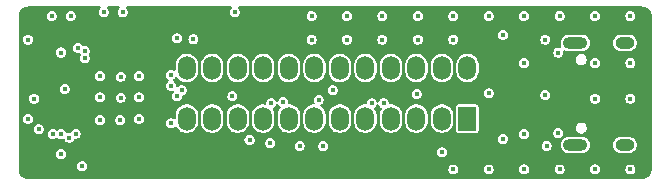
<source format=gbr>
%TF.GenerationSoftware,KiCad,Pcbnew,9.0.1*%
%TF.CreationDate,2025-05-09T10:12:14+02:00*%
%TF.ProjectId,xyp-gpib,7879702d-6770-4696-922e-6b696361645f,rev?*%
%TF.SameCoordinates,Original*%
%TF.FileFunction,Copper,L3,Inr*%
%TF.FilePolarity,Positive*%
%FSLAX46Y46*%
G04 Gerber Fmt 4.6, Leading zero omitted, Abs format (unit mm)*
G04 Created by KiCad (PCBNEW 9.0.1) date 2025-05-09 10:12:14*
%MOMM*%
%LPD*%
G01*
G04 APERTURE LIST*
%TA.AperFunction,HeatsinkPad*%
%ADD10O,2.100000X1.000000*%
%TD*%
%TA.AperFunction,HeatsinkPad*%
%ADD11O,1.600000X1.000000*%
%TD*%
%TA.AperFunction,ComponentPad*%
%ADD12R,1.500000X2.000000*%
%TD*%
%TA.AperFunction,ComponentPad*%
%ADD13O,1.500000X2.000000*%
%TD*%
%TA.AperFunction,ViaPad*%
%ADD14C,0.450000*%
%TD*%
G04 APERTURE END LIST*
D10*
%TO.N,GND*%
%TO.C,J1*%
X227336200Y-86916800D03*
D11*
X231516200Y-86916800D03*
D10*
X227336200Y-78276800D03*
D11*
X231516200Y-78276800D03*
%TD*%
D12*
%TO.N,/DIO5*%
%TO.C,GPIB1*%
X218194000Y-84695000D03*
D13*
%TO.N,/DIO1*%
X218194000Y-80405000D03*
%TO.N,/DIO6*%
X216034000Y-84695000D03*
%TO.N,/DIO2*%
X216034000Y-80405000D03*
%TO.N,/DIO7*%
X213874000Y-84695000D03*
%TO.N,/DIO3*%
X213874000Y-80405000D03*
%TO.N,/DIO8*%
X211714000Y-84695000D03*
%TO.N,/DIO4*%
X211714000Y-80405000D03*
%TO.N,/REN*%
X209554000Y-84695000D03*
%TO.N,/EOI*%
X209554000Y-80405000D03*
%TO.N,GND*%
X207394000Y-84695000D03*
%TO.N,/DAV*%
X207394000Y-80405000D03*
%TO.N,GND*%
X205234000Y-84695000D03*
%TO.N,/NRFD*%
X205234000Y-80405000D03*
%TO.N,GND*%
X203074000Y-84695000D03*
%TO.N,/NDAC*%
X203074000Y-80405000D03*
%TO.N,GND*%
X200914000Y-84695000D03*
%TO.N,/IFC*%
X200914000Y-80405000D03*
%TO.N,GND*%
X198754000Y-84695000D03*
%TO.N,/SRQ*%
X198754000Y-80405000D03*
%TO.N,GND*%
X196594000Y-84695000D03*
%TO.N,/ATN*%
X196594000Y-80405000D03*
%TO.N,GND*%
X194434000Y-84695000D03*
X194434000Y-80405000D03*
%TD*%
D14*
%TO.N,GND*%
X190400000Y-81100000D03*
X223000000Y-80000000D03*
X187100000Y-84800000D03*
X223000000Y-76000000D03*
X188850000Y-81150000D03*
X224900000Y-87000000D03*
X181000000Y-84700000D03*
X183000000Y-76000000D03*
X187400000Y-75700000D03*
X208000000Y-78000000D03*
X206000000Y-87000000D03*
X229000000Y-89000000D03*
X232000000Y-80000000D03*
X214000000Y-78000000D03*
X226000000Y-89000000D03*
X232000000Y-89000000D03*
X223000000Y-86000000D03*
X226000000Y-76000000D03*
X229000000Y-83000000D03*
X220000000Y-82550000D03*
X198500000Y-75700000D03*
X181500000Y-83000000D03*
X213900000Y-82600000D03*
X188800000Y-84800000D03*
X223000000Y-89000000D03*
X193100000Y-85100000D03*
X225900000Y-85900000D03*
X193600000Y-77900000D03*
X208000000Y-76000000D03*
X205600000Y-83100000D03*
X187100000Y-81100000D03*
X201500000Y-86750000D03*
X190400000Y-82900000D03*
X217000000Y-76000000D03*
X229000000Y-80000000D03*
X211000000Y-76000000D03*
X190400000Y-84700000D03*
X205000000Y-76000000D03*
X205000000Y-78000000D03*
X224800000Y-82700000D03*
X217000000Y-78000000D03*
X188849000Y-82931000D03*
X225900000Y-79100000D03*
X232000000Y-83000000D03*
X220000000Y-76000000D03*
X232000000Y-76000000D03*
X184600000Y-76000000D03*
X214000000Y-76000000D03*
X193100000Y-81000000D03*
X189000000Y-75700000D03*
X211000000Y-78000000D03*
X184100000Y-82200000D03*
X185575000Y-88725000D03*
X204000000Y-87000000D03*
X199750000Y-86500000D03*
X217000000Y-89000000D03*
X181000000Y-78000000D03*
X221200000Y-77600000D03*
X220000000Y-89000000D03*
X183800000Y-79100000D03*
X193100000Y-81900000D03*
X224800000Y-78000000D03*
X229000000Y-76000000D03*
X195000000Y-77978000D03*
X187100000Y-82900000D03*
%TO.N,+5V*%
X184600000Y-81300000D03*
X191300000Y-77100000D03*
X181600000Y-78700000D03*
X224219700Y-82467880D03*
X187103796Y-88753640D03*
X225900000Y-85100000D03*
X225900000Y-80000000D03*
X184400000Y-88000000D03*
X193100000Y-80300000D03*
X184700000Y-77200000D03*
X193000000Y-85800000D03*
%TO.N,Net-(D1-K)*%
X201600000Y-83400000D03*
X202600000Y-83300000D03*
%TO.N,/DIO4*%
X185035935Y-85978439D03*
%TO.N,/DIO3*%
X184500000Y-86300000D03*
%TO.N,/DIO6*%
X216050000Y-87550000D03*
%TO.N,/DIO2*%
X183800000Y-86000000D03*
%TO.N,/DIO1*%
X183100000Y-86000000D03*
%TO.N,/MOSI*%
X185800000Y-78974997D03*
X221200000Y-86425000D03*
%TO.N,Net-(D1-A)*%
X198300000Y-82800000D03*
X193600000Y-82800000D03*
%TO.N,/SCK*%
X181900000Y-85600000D03*
X185200000Y-78700000D03*
%TO.N,/MISO*%
X185800000Y-79600000D03*
X183800000Y-87700000D03*
%TO.N,Net-(D2-K)*%
X210100000Y-83400000D03*
X211100000Y-83400000D03*
%TO.N,Net-(D2-A)*%
X206800000Y-82300000D03*
X194000000Y-82300000D03*
%TD*%
%TA.AperFunction,Conductor*%
%TO.N,+5V*%
G36*
X187116936Y-75219407D02*
G01*
X187152900Y-75268907D01*
X187152900Y-75330093D01*
X187128750Y-75369501D01*
X187069770Y-75428482D01*
X187059513Y-75438739D01*
X187003498Y-75535758D01*
X186987286Y-75596263D01*
X186974500Y-75643982D01*
X186974500Y-75756018D01*
X186998081Y-75844025D01*
X187003498Y-75864241D01*
X187049538Y-75943983D01*
X187059515Y-75961263D01*
X187138737Y-76040485D01*
X187165641Y-76056018D01*
X187235759Y-76096501D01*
X187235757Y-76096501D01*
X187235761Y-76096502D01*
X187235763Y-76096503D01*
X187343982Y-76125500D01*
X187343984Y-76125500D01*
X187456016Y-76125500D01*
X187456018Y-76125500D01*
X187564237Y-76096503D01*
X187564239Y-76096501D01*
X187564241Y-76096501D01*
X187593064Y-76079859D01*
X187661263Y-76040485D01*
X187740485Y-75961263D01*
X187779859Y-75893064D01*
X187796501Y-75864241D01*
X187796501Y-75864239D01*
X187796503Y-75864237D01*
X187825500Y-75756018D01*
X187825500Y-75643982D01*
X187796503Y-75535763D01*
X187796501Y-75535760D01*
X187796501Y-75535758D01*
X187740486Y-75438739D01*
X187740485Y-75438737D01*
X187671249Y-75369501D01*
X187643474Y-75314987D01*
X187653045Y-75254555D01*
X187696310Y-75211290D01*
X187741255Y-75200500D01*
X188658745Y-75200500D01*
X188716936Y-75219407D01*
X188752900Y-75268907D01*
X188752900Y-75330093D01*
X188728750Y-75369501D01*
X188669770Y-75428482D01*
X188659513Y-75438739D01*
X188603498Y-75535758D01*
X188587286Y-75596263D01*
X188574500Y-75643982D01*
X188574500Y-75756018D01*
X188598081Y-75844025D01*
X188603498Y-75864241D01*
X188649538Y-75943983D01*
X188659515Y-75961263D01*
X188738737Y-76040485D01*
X188765641Y-76056018D01*
X188835759Y-76096501D01*
X188835757Y-76096501D01*
X188835761Y-76096502D01*
X188835763Y-76096503D01*
X188943982Y-76125500D01*
X188943984Y-76125500D01*
X189056016Y-76125500D01*
X189056018Y-76125500D01*
X189164237Y-76096503D01*
X189164239Y-76096501D01*
X189164241Y-76096501D01*
X189193064Y-76079859D01*
X189261263Y-76040485D01*
X189340485Y-75961263D01*
X189379859Y-75893064D01*
X189396501Y-75864241D01*
X189396501Y-75864239D01*
X189396503Y-75864237D01*
X189425500Y-75756018D01*
X189425500Y-75643982D01*
X189396503Y-75535763D01*
X189396501Y-75535760D01*
X189396501Y-75535758D01*
X189340486Y-75438739D01*
X189340485Y-75438737D01*
X189271249Y-75369501D01*
X189243474Y-75314987D01*
X189253045Y-75254555D01*
X189296310Y-75211290D01*
X189341255Y-75200500D01*
X198158745Y-75200500D01*
X198216936Y-75219407D01*
X198252900Y-75268907D01*
X198252900Y-75330093D01*
X198228750Y-75369501D01*
X198169770Y-75428482D01*
X198159513Y-75438739D01*
X198103498Y-75535758D01*
X198087286Y-75596263D01*
X198074500Y-75643982D01*
X198074500Y-75756018D01*
X198098081Y-75844025D01*
X198103498Y-75864241D01*
X198149538Y-75943983D01*
X198159515Y-75961263D01*
X198238737Y-76040485D01*
X198265641Y-76056018D01*
X198335759Y-76096501D01*
X198335757Y-76096501D01*
X198335761Y-76096502D01*
X198335763Y-76096503D01*
X198443982Y-76125500D01*
X198443984Y-76125500D01*
X198556016Y-76125500D01*
X198556018Y-76125500D01*
X198664237Y-76096503D01*
X198664239Y-76096501D01*
X198664241Y-76096501D01*
X198693064Y-76079859D01*
X198761263Y-76040485D01*
X198840485Y-75961263D01*
X198850462Y-75943982D01*
X204574500Y-75943982D01*
X204574500Y-76056018D01*
X204585348Y-76096503D01*
X204603498Y-76164241D01*
X204659513Y-76261260D01*
X204659515Y-76261263D01*
X204738737Y-76340485D01*
X204738739Y-76340486D01*
X204835759Y-76396501D01*
X204835757Y-76396501D01*
X204835761Y-76396502D01*
X204835763Y-76396503D01*
X204943982Y-76425500D01*
X204943984Y-76425500D01*
X205056016Y-76425500D01*
X205056018Y-76425500D01*
X205164237Y-76396503D01*
X205164239Y-76396501D01*
X205164241Y-76396501D01*
X205193064Y-76379859D01*
X205261263Y-76340485D01*
X205340485Y-76261263D01*
X205396503Y-76164237D01*
X205425500Y-76056018D01*
X205425500Y-75943982D01*
X207574500Y-75943982D01*
X207574500Y-76056018D01*
X207585348Y-76096503D01*
X207603498Y-76164241D01*
X207659513Y-76261260D01*
X207659515Y-76261263D01*
X207738737Y-76340485D01*
X207738739Y-76340486D01*
X207835759Y-76396501D01*
X207835757Y-76396501D01*
X207835761Y-76396502D01*
X207835763Y-76396503D01*
X207943982Y-76425500D01*
X207943984Y-76425500D01*
X208056016Y-76425500D01*
X208056018Y-76425500D01*
X208164237Y-76396503D01*
X208164239Y-76396501D01*
X208164241Y-76396501D01*
X208193064Y-76379859D01*
X208261263Y-76340485D01*
X208340485Y-76261263D01*
X208396503Y-76164237D01*
X208425500Y-76056018D01*
X208425500Y-75943982D01*
X210574500Y-75943982D01*
X210574500Y-76056018D01*
X210585348Y-76096503D01*
X210603498Y-76164241D01*
X210659513Y-76261260D01*
X210659515Y-76261263D01*
X210738737Y-76340485D01*
X210738739Y-76340486D01*
X210835759Y-76396501D01*
X210835757Y-76396501D01*
X210835761Y-76396502D01*
X210835763Y-76396503D01*
X210943982Y-76425500D01*
X210943984Y-76425500D01*
X211056016Y-76425500D01*
X211056018Y-76425500D01*
X211164237Y-76396503D01*
X211164239Y-76396501D01*
X211164241Y-76396501D01*
X211193064Y-76379859D01*
X211261263Y-76340485D01*
X211340485Y-76261263D01*
X211396503Y-76164237D01*
X211425500Y-76056018D01*
X211425500Y-75943982D01*
X213574500Y-75943982D01*
X213574500Y-76056018D01*
X213585348Y-76096503D01*
X213603498Y-76164241D01*
X213659513Y-76261260D01*
X213659515Y-76261263D01*
X213738737Y-76340485D01*
X213738739Y-76340486D01*
X213835759Y-76396501D01*
X213835757Y-76396501D01*
X213835761Y-76396502D01*
X213835763Y-76396503D01*
X213943982Y-76425500D01*
X213943984Y-76425500D01*
X214056016Y-76425500D01*
X214056018Y-76425500D01*
X214164237Y-76396503D01*
X214164239Y-76396501D01*
X214164241Y-76396501D01*
X214193064Y-76379859D01*
X214261263Y-76340485D01*
X214340485Y-76261263D01*
X214396503Y-76164237D01*
X214425500Y-76056018D01*
X214425500Y-75943982D01*
X216574500Y-75943982D01*
X216574500Y-76056018D01*
X216585348Y-76096503D01*
X216603498Y-76164241D01*
X216659513Y-76261260D01*
X216659515Y-76261263D01*
X216738737Y-76340485D01*
X216738739Y-76340486D01*
X216835759Y-76396501D01*
X216835757Y-76396501D01*
X216835761Y-76396502D01*
X216835763Y-76396503D01*
X216943982Y-76425500D01*
X216943984Y-76425500D01*
X217056016Y-76425500D01*
X217056018Y-76425500D01*
X217164237Y-76396503D01*
X217164239Y-76396501D01*
X217164241Y-76396501D01*
X217193064Y-76379859D01*
X217261263Y-76340485D01*
X217340485Y-76261263D01*
X217396503Y-76164237D01*
X217425500Y-76056018D01*
X217425500Y-75943982D01*
X219574500Y-75943982D01*
X219574500Y-76056018D01*
X219585348Y-76096503D01*
X219603498Y-76164241D01*
X219659513Y-76261260D01*
X219659515Y-76261263D01*
X219738737Y-76340485D01*
X219738739Y-76340486D01*
X219835759Y-76396501D01*
X219835757Y-76396501D01*
X219835761Y-76396502D01*
X219835763Y-76396503D01*
X219943982Y-76425500D01*
X219943984Y-76425500D01*
X220056016Y-76425500D01*
X220056018Y-76425500D01*
X220164237Y-76396503D01*
X220164239Y-76396501D01*
X220164241Y-76396501D01*
X220193064Y-76379859D01*
X220261263Y-76340485D01*
X220340485Y-76261263D01*
X220396503Y-76164237D01*
X220425500Y-76056018D01*
X220425500Y-75943982D01*
X222574500Y-75943982D01*
X222574500Y-76056018D01*
X222585348Y-76096503D01*
X222603498Y-76164241D01*
X222659513Y-76261260D01*
X222659515Y-76261263D01*
X222738737Y-76340485D01*
X222738739Y-76340486D01*
X222835759Y-76396501D01*
X222835757Y-76396501D01*
X222835761Y-76396502D01*
X222835763Y-76396503D01*
X222943982Y-76425500D01*
X222943984Y-76425500D01*
X223056016Y-76425500D01*
X223056018Y-76425500D01*
X223164237Y-76396503D01*
X223164239Y-76396501D01*
X223164241Y-76396501D01*
X223193064Y-76379859D01*
X223261263Y-76340485D01*
X223340485Y-76261263D01*
X223396503Y-76164237D01*
X223425500Y-76056018D01*
X223425500Y-75943982D01*
X225574500Y-75943982D01*
X225574500Y-76056018D01*
X225585348Y-76096503D01*
X225603498Y-76164241D01*
X225659513Y-76261260D01*
X225659515Y-76261263D01*
X225738737Y-76340485D01*
X225738739Y-76340486D01*
X225835759Y-76396501D01*
X225835757Y-76396501D01*
X225835761Y-76396502D01*
X225835763Y-76396503D01*
X225943982Y-76425500D01*
X225943984Y-76425500D01*
X226056016Y-76425500D01*
X226056018Y-76425500D01*
X226164237Y-76396503D01*
X226164239Y-76396501D01*
X226164241Y-76396501D01*
X226193064Y-76379859D01*
X226261263Y-76340485D01*
X226340485Y-76261263D01*
X226396503Y-76164237D01*
X226425500Y-76056018D01*
X226425500Y-75943982D01*
X228574500Y-75943982D01*
X228574500Y-76056018D01*
X228585348Y-76096503D01*
X228603498Y-76164241D01*
X228659513Y-76261260D01*
X228659515Y-76261263D01*
X228738737Y-76340485D01*
X228738739Y-76340486D01*
X228835759Y-76396501D01*
X228835757Y-76396501D01*
X228835761Y-76396502D01*
X228835763Y-76396503D01*
X228943982Y-76425500D01*
X228943984Y-76425500D01*
X229056016Y-76425500D01*
X229056018Y-76425500D01*
X229164237Y-76396503D01*
X229164239Y-76396501D01*
X229164241Y-76396501D01*
X229193064Y-76379859D01*
X229261263Y-76340485D01*
X229340485Y-76261263D01*
X229396503Y-76164237D01*
X229425500Y-76056018D01*
X229425500Y-75943982D01*
X231574500Y-75943982D01*
X231574500Y-76056018D01*
X231585348Y-76096503D01*
X231603498Y-76164241D01*
X231659513Y-76261260D01*
X231659515Y-76261263D01*
X231738737Y-76340485D01*
X231738739Y-76340486D01*
X231835759Y-76396501D01*
X231835757Y-76396501D01*
X231835761Y-76396502D01*
X231835763Y-76396503D01*
X231943982Y-76425500D01*
X231943984Y-76425500D01*
X232056016Y-76425500D01*
X232056018Y-76425500D01*
X232164237Y-76396503D01*
X232164239Y-76396501D01*
X232164241Y-76396501D01*
X232193064Y-76379859D01*
X232261263Y-76340485D01*
X232340485Y-76261263D01*
X232396503Y-76164237D01*
X232425500Y-76056018D01*
X232425500Y-75943982D01*
X232396503Y-75835763D01*
X232396501Y-75835760D01*
X232396501Y-75835758D01*
X232340486Y-75738739D01*
X232340485Y-75738737D01*
X232261263Y-75659515D01*
X232234361Y-75643983D01*
X232164240Y-75603498D01*
X232164242Y-75603498D01*
X232122251Y-75592247D01*
X232056018Y-75574500D01*
X231943982Y-75574500D01*
X231877748Y-75592247D01*
X231835758Y-75603498D01*
X231738739Y-75659513D01*
X231659513Y-75738739D01*
X231603498Y-75835758D01*
X231603497Y-75835763D01*
X231574500Y-75943982D01*
X229425500Y-75943982D01*
X229396503Y-75835763D01*
X229396501Y-75835760D01*
X229396501Y-75835758D01*
X229340486Y-75738739D01*
X229340485Y-75738737D01*
X229261263Y-75659515D01*
X229234361Y-75643983D01*
X229164240Y-75603498D01*
X229164242Y-75603498D01*
X229122251Y-75592247D01*
X229056018Y-75574500D01*
X228943982Y-75574500D01*
X228877748Y-75592247D01*
X228835758Y-75603498D01*
X228738739Y-75659513D01*
X228659513Y-75738739D01*
X228603498Y-75835758D01*
X228603497Y-75835763D01*
X228574500Y-75943982D01*
X226425500Y-75943982D01*
X226396503Y-75835763D01*
X226396501Y-75835760D01*
X226396501Y-75835758D01*
X226340486Y-75738739D01*
X226340485Y-75738737D01*
X226261263Y-75659515D01*
X226234361Y-75643983D01*
X226164240Y-75603498D01*
X226164242Y-75603498D01*
X226122251Y-75592247D01*
X226056018Y-75574500D01*
X225943982Y-75574500D01*
X225877748Y-75592247D01*
X225835758Y-75603498D01*
X225738739Y-75659513D01*
X225659513Y-75738739D01*
X225603498Y-75835758D01*
X225603497Y-75835763D01*
X225574500Y-75943982D01*
X223425500Y-75943982D01*
X223396503Y-75835763D01*
X223396501Y-75835760D01*
X223396501Y-75835758D01*
X223340486Y-75738739D01*
X223340485Y-75738737D01*
X223261263Y-75659515D01*
X223234361Y-75643983D01*
X223164240Y-75603498D01*
X223164242Y-75603498D01*
X223122251Y-75592247D01*
X223056018Y-75574500D01*
X222943982Y-75574500D01*
X222877748Y-75592247D01*
X222835758Y-75603498D01*
X222738739Y-75659513D01*
X222659513Y-75738739D01*
X222603498Y-75835758D01*
X222603497Y-75835763D01*
X222574500Y-75943982D01*
X220425500Y-75943982D01*
X220396503Y-75835763D01*
X220396501Y-75835760D01*
X220396501Y-75835758D01*
X220340486Y-75738739D01*
X220340485Y-75738737D01*
X220261263Y-75659515D01*
X220234361Y-75643983D01*
X220164240Y-75603498D01*
X220164242Y-75603498D01*
X220122251Y-75592247D01*
X220056018Y-75574500D01*
X219943982Y-75574500D01*
X219877748Y-75592247D01*
X219835758Y-75603498D01*
X219738739Y-75659513D01*
X219659513Y-75738739D01*
X219603498Y-75835758D01*
X219603497Y-75835763D01*
X219574500Y-75943982D01*
X217425500Y-75943982D01*
X217396503Y-75835763D01*
X217396501Y-75835760D01*
X217396501Y-75835758D01*
X217340486Y-75738739D01*
X217340485Y-75738737D01*
X217261263Y-75659515D01*
X217234361Y-75643983D01*
X217164240Y-75603498D01*
X217164242Y-75603498D01*
X217122251Y-75592247D01*
X217056018Y-75574500D01*
X216943982Y-75574500D01*
X216877748Y-75592247D01*
X216835758Y-75603498D01*
X216738739Y-75659513D01*
X216659513Y-75738739D01*
X216603498Y-75835758D01*
X216603497Y-75835763D01*
X216574500Y-75943982D01*
X214425500Y-75943982D01*
X214396503Y-75835763D01*
X214396501Y-75835760D01*
X214396501Y-75835758D01*
X214340486Y-75738739D01*
X214340485Y-75738737D01*
X214261263Y-75659515D01*
X214234361Y-75643983D01*
X214164240Y-75603498D01*
X214164242Y-75603498D01*
X214122251Y-75592247D01*
X214056018Y-75574500D01*
X213943982Y-75574500D01*
X213877748Y-75592247D01*
X213835758Y-75603498D01*
X213738739Y-75659513D01*
X213659513Y-75738739D01*
X213603498Y-75835758D01*
X213603497Y-75835763D01*
X213574500Y-75943982D01*
X211425500Y-75943982D01*
X211396503Y-75835763D01*
X211396501Y-75835760D01*
X211396501Y-75835758D01*
X211340486Y-75738739D01*
X211340485Y-75738737D01*
X211261263Y-75659515D01*
X211234361Y-75643983D01*
X211164240Y-75603498D01*
X211164242Y-75603498D01*
X211122251Y-75592247D01*
X211056018Y-75574500D01*
X210943982Y-75574500D01*
X210877748Y-75592247D01*
X210835758Y-75603498D01*
X210738739Y-75659513D01*
X210659513Y-75738739D01*
X210603498Y-75835758D01*
X210603497Y-75835763D01*
X210574500Y-75943982D01*
X208425500Y-75943982D01*
X208396503Y-75835763D01*
X208396501Y-75835760D01*
X208396501Y-75835758D01*
X208340486Y-75738739D01*
X208340485Y-75738737D01*
X208261263Y-75659515D01*
X208234361Y-75643983D01*
X208164240Y-75603498D01*
X208164242Y-75603498D01*
X208122251Y-75592247D01*
X208056018Y-75574500D01*
X207943982Y-75574500D01*
X207877748Y-75592247D01*
X207835758Y-75603498D01*
X207738739Y-75659513D01*
X207659513Y-75738739D01*
X207603498Y-75835758D01*
X207603497Y-75835763D01*
X207574500Y-75943982D01*
X205425500Y-75943982D01*
X205396503Y-75835763D01*
X205396501Y-75835760D01*
X205396501Y-75835758D01*
X205340486Y-75738739D01*
X205340485Y-75738737D01*
X205261263Y-75659515D01*
X205234361Y-75643983D01*
X205164240Y-75603498D01*
X205164242Y-75603498D01*
X205122251Y-75592247D01*
X205056018Y-75574500D01*
X204943982Y-75574500D01*
X204877748Y-75592247D01*
X204835758Y-75603498D01*
X204738739Y-75659513D01*
X204659513Y-75738739D01*
X204603498Y-75835758D01*
X204603497Y-75835763D01*
X204574500Y-75943982D01*
X198850462Y-75943982D01*
X198872669Y-75905519D01*
X198882788Y-75887993D01*
X198882788Y-75887992D01*
X198896503Y-75864237D01*
X198925500Y-75756018D01*
X198925500Y-75643982D01*
X198896503Y-75535763D01*
X198896501Y-75535760D01*
X198896501Y-75535758D01*
X198840486Y-75438739D01*
X198840485Y-75438737D01*
X198771249Y-75369501D01*
X198743474Y-75314987D01*
X198753045Y-75254555D01*
X198796310Y-75211290D01*
X198841255Y-75200500D01*
X232960118Y-75200500D01*
X232995139Y-75200500D01*
X233004842Y-75200977D01*
X233064184Y-75206821D01*
X233146271Y-75214906D01*
X233165302Y-75218691D01*
X233296628Y-75258528D01*
X233314551Y-75265953D01*
X233435581Y-75330645D01*
X233451710Y-75341421D01*
X233527196Y-75403371D01*
X233557794Y-75428482D01*
X233571517Y-75442205D01*
X233651092Y-75539168D01*
X233658575Y-75548285D01*
X233669356Y-75564420D01*
X233701701Y-75624933D01*
X233734045Y-75685445D01*
X233741472Y-75703375D01*
X233781307Y-75834694D01*
X233785093Y-75853728D01*
X233799023Y-75995156D01*
X233799500Y-76004860D01*
X233799500Y-88995139D01*
X233799023Y-89004842D01*
X233799023Y-89004843D01*
X233785093Y-89146271D01*
X233781307Y-89165305D01*
X233741472Y-89296624D01*
X233734045Y-89314554D01*
X233669357Y-89435577D01*
X233658575Y-89451714D01*
X233571517Y-89557794D01*
X233557794Y-89571517D01*
X233451714Y-89658575D01*
X233435577Y-89669357D01*
X233314554Y-89734045D01*
X233296624Y-89741472D01*
X233165305Y-89781307D01*
X233146271Y-89785093D01*
X233004843Y-89799023D01*
X232995139Y-89799500D01*
X181004861Y-89799500D01*
X180995157Y-89799023D01*
X180853728Y-89785093D01*
X180834694Y-89781307D01*
X180703375Y-89741472D01*
X180685445Y-89734045D01*
X180564422Y-89669357D01*
X180548287Y-89658576D01*
X180495245Y-89615046D01*
X180442205Y-89571517D01*
X180428482Y-89557794D01*
X180403371Y-89527196D01*
X180341421Y-89451710D01*
X180330645Y-89435581D01*
X180265953Y-89314551D01*
X180258527Y-89296624D01*
X180253823Y-89281118D01*
X180218691Y-89165302D01*
X180214906Y-89146270D01*
X180200977Y-89004842D01*
X180200500Y-88995139D01*
X180200500Y-88668982D01*
X185149500Y-88668982D01*
X185149500Y-88781018D01*
X185164169Y-88835763D01*
X185178498Y-88889241D01*
X185219420Y-88960118D01*
X185234515Y-88986263D01*
X185313737Y-89065485D01*
X185313739Y-89065486D01*
X185410759Y-89121501D01*
X185410757Y-89121501D01*
X185410761Y-89121502D01*
X185410763Y-89121503D01*
X185518982Y-89150500D01*
X185518984Y-89150500D01*
X185631016Y-89150500D01*
X185631018Y-89150500D01*
X185739237Y-89121503D01*
X185739239Y-89121501D01*
X185739241Y-89121501D01*
X185786040Y-89094481D01*
X185836263Y-89065485D01*
X185915485Y-88986263D01*
X185939896Y-88943982D01*
X216574500Y-88943982D01*
X216574500Y-89056018D01*
X216577037Y-89065485D01*
X216603498Y-89164241D01*
X216659513Y-89261260D01*
X216659515Y-89261263D01*
X216738737Y-89340485D01*
X216738739Y-89340486D01*
X216835759Y-89396501D01*
X216835757Y-89396501D01*
X216835761Y-89396502D01*
X216835763Y-89396503D01*
X216943982Y-89425500D01*
X216943984Y-89425500D01*
X217056016Y-89425500D01*
X217056018Y-89425500D01*
X217164237Y-89396503D01*
X217164239Y-89396501D01*
X217164241Y-89396501D01*
X217193064Y-89379859D01*
X217261263Y-89340485D01*
X217340485Y-89261263D01*
X217379859Y-89193064D01*
X217396501Y-89164241D01*
X217396501Y-89164239D01*
X217396503Y-89164237D01*
X217425500Y-89056018D01*
X217425500Y-88943982D01*
X219574500Y-88943982D01*
X219574500Y-89056018D01*
X219577037Y-89065485D01*
X219603498Y-89164241D01*
X219659513Y-89261260D01*
X219659515Y-89261263D01*
X219738737Y-89340485D01*
X219738739Y-89340486D01*
X219835759Y-89396501D01*
X219835757Y-89396501D01*
X219835761Y-89396502D01*
X219835763Y-89396503D01*
X219943982Y-89425500D01*
X219943984Y-89425500D01*
X220056016Y-89425500D01*
X220056018Y-89425500D01*
X220164237Y-89396503D01*
X220164239Y-89396501D01*
X220164241Y-89396501D01*
X220193064Y-89379859D01*
X220261263Y-89340485D01*
X220340485Y-89261263D01*
X220379859Y-89193064D01*
X220396501Y-89164241D01*
X220396501Y-89164239D01*
X220396503Y-89164237D01*
X220425500Y-89056018D01*
X220425500Y-88943982D01*
X222574500Y-88943982D01*
X222574500Y-89056018D01*
X222577037Y-89065485D01*
X222603498Y-89164241D01*
X222659513Y-89261260D01*
X222659515Y-89261263D01*
X222738737Y-89340485D01*
X222738739Y-89340486D01*
X222835759Y-89396501D01*
X222835757Y-89396501D01*
X222835761Y-89396502D01*
X222835763Y-89396503D01*
X222943982Y-89425500D01*
X222943984Y-89425500D01*
X223056016Y-89425500D01*
X223056018Y-89425500D01*
X223164237Y-89396503D01*
X223164239Y-89396501D01*
X223164241Y-89396501D01*
X223193064Y-89379859D01*
X223261263Y-89340485D01*
X223340485Y-89261263D01*
X223379859Y-89193064D01*
X223396501Y-89164241D01*
X223396501Y-89164239D01*
X223396503Y-89164237D01*
X223425500Y-89056018D01*
X223425500Y-88943982D01*
X225574500Y-88943982D01*
X225574500Y-89056018D01*
X225577037Y-89065485D01*
X225603498Y-89164241D01*
X225659513Y-89261260D01*
X225659515Y-89261263D01*
X225738737Y-89340485D01*
X225738739Y-89340486D01*
X225835759Y-89396501D01*
X225835757Y-89396501D01*
X225835761Y-89396502D01*
X225835763Y-89396503D01*
X225943982Y-89425500D01*
X225943984Y-89425500D01*
X226056016Y-89425500D01*
X226056018Y-89425500D01*
X226164237Y-89396503D01*
X226164239Y-89396501D01*
X226164241Y-89396501D01*
X226193064Y-89379859D01*
X226261263Y-89340485D01*
X226340485Y-89261263D01*
X226379859Y-89193064D01*
X226396501Y-89164241D01*
X226396501Y-89164239D01*
X226396503Y-89164237D01*
X226425500Y-89056018D01*
X226425500Y-88943982D01*
X228574500Y-88943982D01*
X228574500Y-89056018D01*
X228577037Y-89065485D01*
X228603498Y-89164241D01*
X228659513Y-89261260D01*
X228659515Y-89261263D01*
X228738737Y-89340485D01*
X228738739Y-89340486D01*
X228835759Y-89396501D01*
X228835757Y-89396501D01*
X228835761Y-89396502D01*
X228835763Y-89396503D01*
X228943982Y-89425500D01*
X228943984Y-89425500D01*
X229056016Y-89425500D01*
X229056018Y-89425500D01*
X229164237Y-89396503D01*
X229164239Y-89396501D01*
X229164241Y-89396501D01*
X229193064Y-89379859D01*
X229261263Y-89340485D01*
X229340485Y-89261263D01*
X229379859Y-89193064D01*
X229396501Y-89164241D01*
X229396501Y-89164239D01*
X229396503Y-89164237D01*
X229425500Y-89056018D01*
X229425500Y-88943982D01*
X231574500Y-88943982D01*
X231574500Y-89056018D01*
X231577037Y-89065485D01*
X231603498Y-89164241D01*
X231659513Y-89261260D01*
X231659515Y-89261263D01*
X231738737Y-89340485D01*
X231738739Y-89340486D01*
X231835759Y-89396501D01*
X231835757Y-89396501D01*
X231835761Y-89396502D01*
X231835763Y-89396503D01*
X231943982Y-89425500D01*
X231943984Y-89425500D01*
X232056016Y-89425500D01*
X232056018Y-89425500D01*
X232164237Y-89396503D01*
X232164239Y-89396501D01*
X232164241Y-89396501D01*
X232193064Y-89379859D01*
X232261263Y-89340485D01*
X232340485Y-89261263D01*
X232379859Y-89193064D01*
X232396501Y-89164241D01*
X232396501Y-89164239D01*
X232396503Y-89164237D01*
X232425500Y-89056018D01*
X232425500Y-88943982D01*
X232396503Y-88835763D01*
X232396501Y-88835760D01*
X232396501Y-88835758D01*
X232340486Y-88738739D01*
X232340485Y-88738737D01*
X232261263Y-88659515D01*
X232261260Y-88659513D01*
X232164240Y-88603498D01*
X232164242Y-88603498D01*
X232122251Y-88592247D01*
X232056018Y-88574500D01*
X231943982Y-88574500D01*
X231877748Y-88592247D01*
X231835758Y-88603498D01*
X231738739Y-88659513D01*
X231659513Y-88738739D01*
X231603498Y-88835758D01*
X231603497Y-88835763D01*
X231574500Y-88943982D01*
X229425500Y-88943982D01*
X229396503Y-88835763D01*
X229396501Y-88835760D01*
X229396501Y-88835758D01*
X229340486Y-88738739D01*
X229340485Y-88738737D01*
X229261263Y-88659515D01*
X229261260Y-88659513D01*
X229164240Y-88603498D01*
X229164242Y-88603498D01*
X229122251Y-88592247D01*
X229056018Y-88574500D01*
X228943982Y-88574500D01*
X228877748Y-88592247D01*
X228835758Y-88603498D01*
X228738739Y-88659513D01*
X228659513Y-88738739D01*
X228603498Y-88835758D01*
X228603497Y-88835763D01*
X228574500Y-88943982D01*
X226425500Y-88943982D01*
X226396503Y-88835763D01*
X226396501Y-88835760D01*
X226396501Y-88835758D01*
X226340486Y-88738739D01*
X226340485Y-88738737D01*
X226261263Y-88659515D01*
X226261260Y-88659513D01*
X226164240Y-88603498D01*
X226164242Y-88603498D01*
X226122251Y-88592247D01*
X226056018Y-88574500D01*
X225943982Y-88574500D01*
X225877748Y-88592247D01*
X225835758Y-88603498D01*
X225738739Y-88659513D01*
X225659513Y-88738739D01*
X225603498Y-88835758D01*
X225603497Y-88835763D01*
X225574500Y-88943982D01*
X223425500Y-88943982D01*
X223396503Y-88835763D01*
X223396501Y-88835760D01*
X223396501Y-88835758D01*
X223340486Y-88738739D01*
X223340485Y-88738737D01*
X223261263Y-88659515D01*
X223261260Y-88659513D01*
X223164240Y-88603498D01*
X223164242Y-88603498D01*
X223122251Y-88592247D01*
X223056018Y-88574500D01*
X222943982Y-88574500D01*
X222877748Y-88592247D01*
X222835758Y-88603498D01*
X222738739Y-88659513D01*
X222659513Y-88738739D01*
X222603498Y-88835758D01*
X222603497Y-88835763D01*
X222574500Y-88943982D01*
X220425500Y-88943982D01*
X220396503Y-88835763D01*
X220396501Y-88835760D01*
X220396501Y-88835758D01*
X220340486Y-88738739D01*
X220340485Y-88738737D01*
X220261263Y-88659515D01*
X220261260Y-88659513D01*
X220164240Y-88603498D01*
X220164242Y-88603498D01*
X220122251Y-88592247D01*
X220056018Y-88574500D01*
X219943982Y-88574500D01*
X219877748Y-88592247D01*
X219835758Y-88603498D01*
X219738739Y-88659513D01*
X219659513Y-88738739D01*
X219603498Y-88835758D01*
X219603497Y-88835763D01*
X219574500Y-88943982D01*
X217425500Y-88943982D01*
X217396503Y-88835763D01*
X217396501Y-88835760D01*
X217396501Y-88835758D01*
X217340486Y-88738739D01*
X217340485Y-88738737D01*
X217261263Y-88659515D01*
X217261260Y-88659513D01*
X217164240Y-88603498D01*
X217164242Y-88603498D01*
X217122251Y-88592247D01*
X217056018Y-88574500D01*
X216943982Y-88574500D01*
X216877748Y-88592247D01*
X216835758Y-88603498D01*
X216738739Y-88659513D01*
X216659513Y-88738739D01*
X216603498Y-88835758D01*
X216603497Y-88835763D01*
X216574500Y-88943982D01*
X185939896Y-88943982D01*
X185971503Y-88889237D01*
X186000500Y-88781018D01*
X186000500Y-88668982D01*
X185971503Y-88560763D01*
X185971501Y-88560760D01*
X185971501Y-88560758D01*
X185915486Y-88463739D01*
X185915485Y-88463737D01*
X185836263Y-88384515D01*
X185836260Y-88384513D01*
X185739240Y-88328498D01*
X185739242Y-88328498D01*
X185697251Y-88317247D01*
X185631018Y-88299500D01*
X185518982Y-88299500D01*
X185452748Y-88317247D01*
X185410758Y-88328498D01*
X185313739Y-88384513D01*
X185234513Y-88463739D01*
X185178498Y-88560758D01*
X185167046Y-88603498D01*
X185149500Y-88668982D01*
X180200500Y-88668982D01*
X180200500Y-87643982D01*
X183374500Y-87643982D01*
X183374500Y-87756018D01*
X183389302Y-87811260D01*
X183403498Y-87864241D01*
X183450992Y-87946501D01*
X183459515Y-87961263D01*
X183538737Y-88040485D01*
X183538739Y-88040486D01*
X183635759Y-88096501D01*
X183635757Y-88096501D01*
X183635761Y-88096502D01*
X183635763Y-88096503D01*
X183743982Y-88125500D01*
X183743984Y-88125500D01*
X183856016Y-88125500D01*
X183856018Y-88125500D01*
X183964237Y-88096503D01*
X183964239Y-88096501D01*
X183964241Y-88096501D01*
X183993064Y-88079859D01*
X184061263Y-88040485D01*
X184140485Y-87961263D01*
X184196503Y-87864237D01*
X184225500Y-87756018D01*
X184225500Y-87643982D01*
X184196503Y-87535763D01*
X184196501Y-87535760D01*
X184196501Y-87535758D01*
X184172381Y-87493982D01*
X215624500Y-87493982D01*
X215624500Y-87606018D01*
X215634673Y-87643983D01*
X215653498Y-87714241D01*
X215709513Y-87811260D01*
X215709515Y-87811263D01*
X215788737Y-87890485D01*
X215788739Y-87890486D01*
X215885759Y-87946501D01*
X215885757Y-87946501D01*
X215885761Y-87946502D01*
X215885763Y-87946503D01*
X215993982Y-87975500D01*
X215993984Y-87975500D01*
X216106016Y-87975500D01*
X216106018Y-87975500D01*
X216214237Y-87946503D01*
X216214239Y-87946501D01*
X216214241Y-87946501D01*
X216243064Y-87929859D01*
X216311263Y-87890485D01*
X216390485Y-87811263D01*
X216446503Y-87714237D01*
X216475500Y-87606018D01*
X216475500Y-87493982D01*
X216446503Y-87385763D01*
X216446501Y-87385760D01*
X216446501Y-87385758D01*
X216390486Y-87288739D01*
X216390485Y-87288737D01*
X216311263Y-87209515D01*
X216311260Y-87209513D01*
X216214240Y-87153498D01*
X216214242Y-87153498D01*
X216172251Y-87142247D01*
X216106018Y-87124500D01*
X215993982Y-87124500D01*
X215927748Y-87142247D01*
X215885758Y-87153498D01*
X215788739Y-87209513D01*
X215709513Y-87288739D01*
X215653498Y-87385758D01*
X215639303Y-87438737D01*
X215624500Y-87493982D01*
X184172381Y-87493982D01*
X184140486Y-87438739D01*
X184140485Y-87438737D01*
X184061263Y-87359515D01*
X184061260Y-87359513D01*
X183964240Y-87303498D01*
X183964242Y-87303498D01*
X183909159Y-87288739D01*
X183856018Y-87274500D01*
X183743982Y-87274500D01*
X183690841Y-87288739D01*
X183635758Y-87303498D01*
X183538739Y-87359513D01*
X183459513Y-87438739D01*
X183403498Y-87535758D01*
X183387286Y-87596263D01*
X183374500Y-87643982D01*
X180200500Y-87643982D01*
X180200500Y-85543982D01*
X181474500Y-85543982D01*
X181474500Y-85656018D01*
X181496664Y-85738737D01*
X181503498Y-85764241D01*
X181549538Y-85843983D01*
X181559515Y-85861263D01*
X181638737Y-85940485D01*
X181665641Y-85956018D01*
X181735759Y-85996501D01*
X181735757Y-85996501D01*
X181735761Y-85996502D01*
X181735763Y-85996503D01*
X181843982Y-86025500D01*
X181843984Y-86025500D01*
X181956016Y-86025500D01*
X181956018Y-86025500D01*
X182064237Y-85996503D01*
X182064239Y-85996501D01*
X182064241Y-85996501D01*
X182123478Y-85962300D01*
X182155206Y-85943982D01*
X182674500Y-85943982D01*
X182674500Y-86056018D01*
X182682136Y-86084515D01*
X182703498Y-86164241D01*
X182759223Y-86260758D01*
X182759515Y-86261263D01*
X182838737Y-86340485D01*
X182861276Y-86353498D01*
X182935759Y-86396501D01*
X182935757Y-86396501D01*
X182935761Y-86396502D01*
X182935763Y-86396503D01*
X183043982Y-86425500D01*
X183043984Y-86425500D01*
X183156016Y-86425500D01*
X183156018Y-86425500D01*
X183264237Y-86396503D01*
X183264239Y-86396501D01*
X183264241Y-86396501D01*
X183311903Y-86368983D01*
X183361263Y-86340485D01*
X183379998Y-86321749D01*
X183434513Y-86293974D01*
X183494945Y-86303545D01*
X183520000Y-86321748D01*
X183538737Y-86340485D01*
X183561276Y-86353498D01*
X183635759Y-86396501D01*
X183635757Y-86396501D01*
X183635761Y-86396502D01*
X183635763Y-86396503D01*
X183743982Y-86425500D01*
X183743984Y-86425500D01*
X183856016Y-86425500D01*
X183856018Y-86425500D01*
X183964237Y-86396503D01*
X183964240Y-86396500D01*
X183968951Y-86394550D01*
X184029947Y-86389748D01*
X184082117Y-86421715D01*
X184102464Y-86460384D01*
X184103496Y-86464236D01*
X184103498Y-86464240D01*
X184156487Y-86556018D01*
X184159515Y-86561263D01*
X184238737Y-86640485D01*
X184238739Y-86640486D01*
X184335759Y-86696501D01*
X184335757Y-86696501D01*
X184335761Y-86696502D01*
X184335763Y-86696503D01*
X184443982Y-86725500D01*
X184443984Y-86725500D01*
X184556016Y-86725500D01*
X184556018Y-86725500D01*
X184664237Y-86696503D01*
X184664239Y-86696501D01*
X184664241Y-86696501D01*
X184720118Y-86664240D01*
X184761263Y-86640485D01*
X184840485Y-86561263D01*
X184882901Y-86487794D01*
X184899748Y-86458617D01*
X184901028Y-86459356D01*
X184914160Y-86443982D01*
X199324500Y-86443982D01*
X199324500Y-86556018D01*
X199332261Y-86584982D01*
X199353498Y-86664241D01*
X199409513Y-86761260D01*
X199409515Y-86761263D01*
X199488737Y-86840485D01*
X199521079Y-86859157D01*
X199585759Y-86896501D01*
X199585757Y-86896501D01*
X199585761Y-86896502D01*
X199585763Y-86896503D01*
X199693982Y-86925500D01*
X199693984Y-86925500D01*
X199806016Y-86925500D01*
X199806018Y-86925500D01*
X199914237Y-86896503D01*
X199914239Y-86896501D01*
X199914241Y-86896501D01*
X199962625Y-86868566D01*
X200011263Y-86840485D01*
X200090485Y-86761263D01*
X200129330Y-86693982D01*
X201074500Y-86693982D01*
X201074500Y-86806018D01*
X201085698Y-86847808D01*
X201103498Y-86914241D01*
X201159513Y-87011260D01*
X201159515Y-87011263D01*
X201238737Y-87090485D01*
X201238739Y-87090486D01*
X201335759Y-87146501D01*
X201335757Y-87146501D01*
X201335761Y-87146502D01*
X201335763Y-87146503D01*
X201443982Y-87175500D01*
X201443984Y-87175500D01*
X201556016Y-87175500D01*
X201556018Y-87175500D01*
X201664237Y-87146503D01*
X201664239Y-87146501D01*
X201664241Y-87146501D01*
X201708186Y-87121129D01*
X201761263Y-87090485D01*
X201840485Y-87011263D01*
X201879330Y-86943982D01*
X203574500Y-86943982D01*
X203574500Y-87056018D01*
X203583736Y-87090486D01*
X203603498Y-87164241D01*
X203659513Y-87261260D01*
X203659515Y-87261263D01*
X203738737Y-87340485D01*
X203738739Y-87340486D01*
X203835759Y-87396501D01*
X203835757Y-87396501D01*
X203835761Y-87396502D01*
X203835763Y-87396503D01*
X203943982Y-87425500D01*
X203943984Y-87425500D01*
X204056016Y-87425500D01*
X204056018Y-87425500D01*
X204164237Y-87396503D01*
X204164239Y-87396501D01*
X204164241Y-87396501D01*
X204193064Y-87379859D01*
X204261263Y-87340485D01*
X204340485Y-87261263D01*
X204396503Y-87164237D01*
X204425500Y-87056018D01*
X204425500Y-86943982D01*
X205574500Y-86943982D01*
X205574500Y-87056018D01*
X205583736Y-87090486D01*
X205603498Y-87164241D01*
X205659513Y-87261260D01*
X205659515Y-87261263D01*
X205738737Y-87340485D01*
X205738739Y-87340486D01*
X205835759Y-87396501D01*
X205835757Y-87396501D01*
X205835761Y-87396502D01*
X205835763Y-87396503D01*
X205943982Y-87425500D01*
X205943984Y-87425500D01*
X206056016Y-87425500D01*
X206056018Y-87425500D01*
X206164237Y-87396503D01*
X206164239Y-87396501D01*
X206164241Y-87396501D01*
X206193064Y-87379859D01*
X206261263Y-87340485D01*
X206340485Y-87261263D01*
X206396503Y-87164237D01*
X206425500Y-87056018D01*
X206425500Y-86943982D01*
X224474500Y-86943982D01*
X224474500Y-87056018D01*
X224483736Y-87090486D01*
X224503498Y-87164241D01*
X224559513Y-87261260D01*
X224559515Y-87261263D01*
X224638737Y-87340485D01*
X224638739Y-87340486D01*
X224735759Y-87396501D01*
X224735757Y-87396501D01*
X224735761Y-87396502D01*
X224735763Y-87396503D01*
X224843982Y-87425500D01*
X224843984Y-87425500D01*
X224956016Y-87425500D01*
X224956018Y-87425500D01*
X225064237Y-87396503D01*
X225064239Y-87396501D01*
X225064241Y-87396501D01*
X225093064Y-87379859D01*
X225161263Y-87340485D01*
X225240485Y-87261263D01*
X225296503Y-87164237D01*
X225325500Y-87056018D01*
X225325500Y-86943982D01*
X225299729Y-86847804D01*
X226085700Y-86847804D01*
X226085700Y-86985795D01*
X226112620Y-87121127D01*
X226112620Y-87121129D01*
X226165422Y-87248606D01*
X226165428Y-87248617D01*
X226242085Y-87363341D01*
X226339658Y-87460914D01*
X226454382Y-87537571D01*
X226454393Y-87537577D01*
X226501483Y-87557082D01*
X226581872Y-87590380D01*
X226717207Y-87617300D01*
X226717208Y-87617300D01*
X227955192Y-87617300D01*
X227955193Y-87617300D01*
X228090528Y-87590380D01*
X228218011Y-87537575D01*
X228332742Y-87460914D01*
X228430314Y-87363342D01*
X228506975Y-87248611D01*
X228559780Y-87121128D01*
X228586700Y-86985793D01*
X228586700Y-86847807D01*
X228586699Y-86847804D01*
X230515700Y-86847804D01*
X230515700Y-86985795D01*
X230542620Y-87121127D01*
X230542620Y-87121129D01*
X230595422Y-87248606D01*
X230595428Y-87248617D01*
X230672085Y-87363341D01*
X230769658Y-87460914D01*
X230884382Y-87537571D01*
X230884393Y-87537577D01*
X230931483Y-87557082D01*
X231011872Y-87590380D01*
X231147207Y-87617300D01*
X231147208Y-87617300D01*
X231885192Y-87617300D01*
X231885193Y-87617300D01*
X232020528Y-87590380D01*
X232148011Y-87537575D01*
X232262742Y-87460914D01*
X232360314Y-87363342D01*
X232436975Y-87248611D01*
X232489780Y-87121128D01*
X232516700Y-86985793D01*
X232516700Y-86847807D01*
X232489780Y-86712472D01*
X232469801Y-86664239D01*
X232436977Y-86584993D01*
X232436971Y-86584982D01*
X232360314Y-86470258D01*
X232262741Y-86372685D01*
X232148017Y-86296028D01*
X232148006Y-86296022D01*
X232020528Y-86243220D01*
X231885195Y-86216300D01*
X231885193Y-86216300D01*
X231147207Y-86216300D01*
X231147204Y-86216300D01*
X231011872Y-86243220D01*
X231011870Y-86243220D01*
X230884393Y-86296022D01*
X230884382Y-86296028D01*
X230769658Y-86372685D01*
X230672085Y-86470258D01*
X230595428Y-86584982D01*
X230595422Y-86584993D01*
X230542620Y-86712470D01*
X230542620Y-86712472D01*
X230515700Y-86847804D01*
X228586699Y-86847804D01*
X228559780Y-86712472D01*
X228539801Y-86664239D01*
X228506977Y-86584993D01*
X228506971Y-86584982D01*
X228430314Y-86470258D01*
X228332741Y-86372685D01*
X228218017Y-86296028D01*
X228218006Y-86296022D01*
X228090528Y-86243220D01*
X227955195Y-86216300D01*
X227955193Y-86216300D01*
X226717207Y-86216300D01*
X226717204Y-86216300D01*
X226581872Y-86243220D01*
X226581870Y-86243220D01*
X226454393Y-86296022D01*
X226454382Y-86296028D01*
X226339658Y-86372685D01*
X226242085Y-86470258D01*
X226165428Y-86584982D01*
X226165422Y-86584993D01*
X226112620Y-86712470D01*
X226112620Y-86712472D01*
X226085700Y-86847804D01*
X225299729Y-86847804D01*
X225296503Y-86835763D01*
X225296501Y-86835760D01*
X225296501Y-86835758D01*
X225240486Y-86738739D01*
X225240485Y-86738737D01*
X225161263Y-86659515D01*
X225161260Y-86659513D01*
X225064240Y-86603498D01*
X225064242Y-86603498D01*
X225022251Y-86592247D01*
X224956018Y-86574500D01*
X224843982Y-86574500D01*
X224777748Y-86592247D01*
X224735758Y-86603498D01*
X224638739Y-86659513D01*
X224559513Y-86738739D01*
X224503498Y-86835758D01*
X224487286Y-86896263D01*
X224474500Y-86943982D01*
X206425500Y-86943982D01*
X206396503Y-86835763D01*
X206396501Y-86835760D01*
X206396501Y-86835758D01*
X206340486Y-86738739D01*
X206340485Y-86738737D01*
X206261263Y-86659515D01*
X206261260Y-86659513D01*
X206164240Y-86603498D01*
X206164242Y-86603498D01*
X206122251Y-86592247D01*
X206056018Y-86574500D01*
X205943982Y-86574500D01*
X205877748Y-86592247D01*
X205835758Y-86603498D01*
X205738739Y-86659513D01*
X205659513Y-86738739D01*
X205603498Y-86835758D01*
X205587286Y-86896263D01*
X205574500Y-86943982D01*
X204425500Y-86943982D01*
X204396503Y-86835763D01*
X204396501Y-86835760D01*
X204396501Y-86835758D01*
X204340486Y-86738739D01*
X204340485Y-86738737D01*
X204261263Y-86659515D01*
X204261260Y-86659513D01*
X204164240Y-86603498D01*
X204164242Y-86603498D01*
X204122251Y-86592247D01*
X204056018Y-86574500D01*
X203943982Y-86574500D01*
X203877748Y-86592247D01*
X203835758Y-86603498D01*
X203738739Y-86659513D01*
X203659513Y-86738739D01*
X203603498Y-86835758D01*
X203587286Y-86896263D01*
X203574500Y-86943982D01*
X201879330Y-86943982D01*
X201896503Y-86914237D01*
X201925500Y-86806018D01*
X201925500Y-86693982D01*
X201896503Y-86585763D01*
X201896501Y-86585760D01*
X201896501Y-86585758D01*
X201840486Y-86488739D01*
X201840485Y-86488737D01*
X201761263Y-86409515D01*
X201761260Y-86409513D01*
X201691059Y-86368982D01*
X220774500Y-86368982D01*
X220774500Y-86481018D01*
X220799548Y-86574500D01*
X220803498Y-86589241D01*
X220859513Y-86686260D01*
X220859515Y-86686263D01*
X220938737Y-86765485D01*
X220938739Y-86765486D01*
X221035759Y-86821501D01*
X221035757Y-86821501D01*
X221035761Y-86821502D01*
X221035763Y-86821503D01*
X221143982Y-86850500D01*
X221143984Y-86850500D01*
X221256016Y-86850500D01*
X221256018Y-86850500D01*
X221364237Y-86821503D01*
X221364239Y-86821501D01*
X221364241Y-86821501D01*
X221393064Y-86804859D01*
X221461263Y-86765485D01*
X221540485Y-86686263D01*
X221579859Y-86618064D01*
X221596501Y-86589241D01*
X221596501Y-86589239D01*
X221596503Y-86589237D01*
X221625500Y-86481018D01*
X221625500Y-86368982D01*
X221596503Y-86260763D01*
X221596501Y-86260760D01*
X221596501Y-86260758D01*
X221540486Y-86163739D01*
X221540485Y-86163737D01*
X221461263Y-86084515D01*
X221443917Y-86074500D01*
X221364240Y-86028498D01*
X221364241Y-86028498D01*
X221351455Y-86025072D01*
X221256018Y-85999500D01*
X221143982Y-85999500D01*
X221077748Y-86017247D01*
X221035758Y-86028498D01*
X220938739Y-86084513D01*
X220859513Y-86163739D01*
X220803498Y-86260758D01*
X220792034Y-86303545D01*
X220774500Y-86368982D01*
X201691059Y-86368982D01*
X201664240Y-86353498D01*
X201664242Y-86353498D01*
X201598052Y-86335763D01*
X201556018Y-86324500D01*
X201443982Y-86324500D01*
X201401948Y-86335763D01*
X201335758Y-86353498D01*
X201238739Y-86409513D01*
X201159513Y-86488739D01*
X201103498Y-86585758D01*
X201103497Y-86585763D01*
X201074500Y-86693982D01*
X200129330Y-86693982D01*
X200146503Y-86664237D01*
X200175500Y-86556018D01*
X200175500Y-86443982D01*
X200146503Y-86335763D01*
X200146501Y-86335760D01*
X200146501Y-86335758D01*
X200090486Y-86238739D01*
X200090485Y-86238737D01*
X200011263Y-86159515D01*
X200011260Y-86159513D01*
X199914240Y-86103498D01*
X199914242Y-86103498D01*
X199872251Y-86092247D01*
X199806018Y-86074500D01*
X199693982Y-86074500D01*
X199627748Y-86092247D01*
X199585758Y-86103498D01*
X199488739Y-86159513D01*
X199409513Y-86238739D01*
X199353498Y-86335758D01*
X199343000Y-86374940D01*
X199324500Y-86443982D01*
X184914160Y-86443982D01*
X184935904Y-86418526D01*
X184987629Y-86403939D01*
X185091951Y-86403939D01*
X185091953Y-86403939D01*
X185200172Y-86374942D01*
X185200174Y-86374940D01*
X185200176Y-86374940D01*
X185240321Y-86351762D01*
X185240330Y-86351757D01*
X185250027Y-86346157D01*
X185297198Y-86318924D01*
X185376420Y-86239702D01*
X185415794Y-86171503D01*
X185432436Y-86142680D01*
X185432436Y-86142678D01*
X185432438Y-86142676D01*
X185461435Y-86034457D01*
X185461435Y-85943982D01*
X222574500Y-85943982D01*
X222574500Y-86056018D01*
X222582136Y-86084515D01*
X222603498Y-86164241D01*
X222659223Y-86260758D01*
X222659515Y-86261263D01*
X222738737Y-86340485D01*
X222761276Y-86353498D01*
X222835759Y-86396501D01*
X222835757Y-86396501D01*
X222835761Y-86396502D01*
X222835763Y-86396503D01*
X222943982Y-86425500D01*
X222943984Y-86425500D01*
X223056016Y-86425500D01*
X223056018Y-86425500D01*
X223164237Y-86396503D01*
X223164239Y-86396501D01*
X223164241Y-86396501D01*
X223211903Y-86368983D01*
X223261263Y-86340485D01*
X223340485Y-86261263D01*
X223396503Y-86164237D01*
X223425500Y-86056018D01*
X223425500Y-85943982D01*
X223403832Y-85863115D01*
X223403832Y-85863113D01*
X223398705Y-85843982D01*
X225474500Y-85843982D01*
X225474500Y-85956018D01*
X225485348Y-85996503D01*
X225503498Y-86064241D01*
X225558506Y-86159515D01*
X225559515Y-86161263D01*
X225638737Y-86240485D01*
X225638739Y-86240486D01*
X225735759Y-86296501D01*
X225735757Y-86296501D01*
X225735761Y-86296502D01*
X225735763Y-86296503D01*
X225843982Y-86325500D01*
X225843984Y-86325500D01*
X225956016Y-86325500D01*
X225956018Y-86325500D01*
X226064237Y-86296503D01*
X226064239Y-86296501D01*
X226064241Y-86296501D01*
X226125274Y-86261263D01*
X226161263Y-86240485D01*
X226240485Y-86161263D01*
X226279859Y-86093064D01*
X226296501Y-86064241D01*
X226296501Y-86064239D01*
X226296503Y-86064237D01*
X226325500Y-85956018D01*
X226325500Y-85843982D01*
X226296503Y-85735763D01*
X226296501Y-85735760D01*
X226296501Y-85735758D01*
X226240486Y-85638739D01*
X226240485Y-85638737D01*
X226161263Y-85559515D01*
X226161260Y-85559513D01*
X226064240Y-85503498D01*
X226064242Y-85503498D01*
X226022251Y-85492247D01*
X225956018Y-85474500D01*
X225843982Y-85474500D01*
X225777748Y-85492247D01*
X225735758Y-85503498D01*
X225638739Y-85559513D01*
X225559513Y-85638739D01*
X225503498Y-85735758D01*
X225493457Y-85773233D01*
X225474500Y-85843982D01*
X223398705Y-85843982D01*
X223396503Y-85835763D01*
X223396501Y-85835759D01*
X223340486Y-85738739D01*
X223340485Y-85738737D01*
X223261263Y-85659515D01*
X223261260Y-85659513D01*
X223164240Y-85603498D01*
X223164242Y-85603498D01*
X223122251Y-85592247D01*
X223056018Y-85574500D01*
X222943982Y-85574500D01*
X222877748Y-85592247D01*
X222835758Y-85603498D01*
X222738739Y-85659513D01*
X222659513Y-85738739D01*
X222603498Y-85835758D01*
X222592106Y-85878275D01*
X222574500Y-85943982D01*
X185461435Y-85943982D01*
X185461435Y-85922421D01*
X185432438Y-85814202D01*
X185432436Y-85814199D01*
X185432436Y-85814197D01*
X185376421Y-85717178D01*
X185376420Y-85717176D01*
X185297198Y-85637954D01*
X185297195Y-85637952D01*
X185200175Y-85581937D01*
X185200177Y-85581937D01*
X185158186Y-85570686D01*
X185091953Y-85552939D01*
X184979917Y-85552939D01*
X184913683Y-85570686D01*
X184871693Y-85581937D01*
X184774674Y-85637952D01*
X184695448Y-85717178D01*
X184636187Y-85819821D01*
X184634904Y-85819080D01*
X184600036Y-85859910D01*
X184548306Y-85874500D01*
X184443982Y-85874500D01*
X184382765Y-85890902D01*
X184335754Y-85903499D01*
X184331038Y-85905453D01*
X184270041Y-85910249D01*
X184217874Y-85878275D01*
X184197534Y-85839611D01*
X184196503Y-85835763D01*
X184196501Y-85835759D01*
X184196501Y-85835758D01*
X184140486Y-85738739D01*
X184140485Y-85738737D01*
X184061263Y-85659515D01*
X184061260Y-85659513D01*
X183964240Y-85603498D01*
X183964242Y-85603498D01*
X183922251Y-85592247D01*
X183856018Y-85574500D01*
X183743982Y-85574500D01*
X183677748Y-85592247D01*
X183635758Y-85603498D01*
X183538736Y-85659514D01*
X183520002Y-85678249D01*
X183465485Y-85706025D01*
X183405053Y-85696453D01*
X183379998Y-85678249D01*
X183361263Y-85659514D01*
X183264240Y-85603498D01*
X183264242Y-85603498D01*
X183222251Y-85592247D01*
X183156018Y-85574500D01*
X183043982Y-85574500D01*
X182977748Y-85592247D01*
X182935758Y-85603498D01*
X182838739Y-85659513D01*
X182759513Y-85738739D01*
X182703498Y-85835758D01*
X182692106Y-85878275D01*
X182674500Y-85943982D01*
X182155206Y-85943982D01*
X182161263Y-85940485D01*
X182240485Y-85861263D01*
X182288116Y-85778764D01*
X182296501Y-85764241D01*
X182296501Y-85764239D01*
X182296503Y-85764237D01*
X182325500Y-85656018D01*
X182325500Y-85543982D01*
X182296503Y-85435763D01*
X182296501Y-85435760D01*
X182296501Y-85435758D01*
X182240486Y-85338739D01*
X182240485Y-85338737D01*
X182161263Y-85259515D01*
X182161260Y-85259513D01*
X182064240Y-85203498D01*
X182064242Y-85203498D01*
X182022251Y-85192247D01*
X181956018Y-85174500D01*
X181843982Y-85174500D01*
X181777748Y-85192247D01*
X181735758Y-85203498D01*
X181638739Y-85259513D01*
X181559513Y-85338739D01*
X181503498Y-85435758D01*
X181487286Y-85496263D01*
X181474500Y-85543982D01*
X180200500Y-85543982D01*
X180200500Y-84643982D01*
X180574500Y-84643982D01*
X180574500Y-84756018D01*
X180596664Y-84838737D01*
X180603498Y-84864241D01*
X180659513Y-84961260D01*
X180659515Y-84961263D01*
X180738737Y-85040485D01*
X180738739Y-85040486D01*
X180835759Y-85096501D01*
X180835757Y-85096501D01*
X180835761Y-85096502D01*
X180835763Y-85096503D01*
X180943982Y-85125500D01*
X180943984Y-85125500D01*
X181056016Y-85125500D01*
X181056018Y-85125500D01*
X181164237Y-85096503D01*
X181164239Y-85096501D01*
X181164241Y-85096501D01*
X181225274Y-85061263D01*
X181261263Y-85040485D01*
X181340485Y-84961263D01*
X181396503Y-84864237D01*
X181425500Y-84756018D01*
X181425500Y-84743982D01*
X186674500Y-84743982D01*
X186674500Y-84856018D01*
X186700072Y-84951455D01*
X186703498Y-84964241D01*
X186749538Y-85043983D01*
X186759515Y-85061263D01*
X186838737Y-85140485D01*
X186865641Y-85156018D01*
X186935759Y-85196501D01*
X186935757Y-85196501D01*
X186935761Y-85196502D01*
X186935763Y-85196503D01*
X187043982Y-85225500D01*
X187043984Y-85225500D01*
X187156016Y-85225500D01*
X187156018Y-85225500D01*
X187264237Y-85196503D01*
X187264239Y-85196501D01*
X187264241Y-85196501D01*
X187302347Y-85174500D01*
X187361263Y-85140485D01*
X187440485Y-85061263D01*
X187479859Y-84993064D01*
X187496501Y-84964241D01*
X187496501Y-84964239D01*
X187496503Y-84964237D01*
X187525500Y-84856018D01*
X187525500Y-84743982D01*
X188374500Y-84743982D01*
X188374500Y-84856018D01*
X188400072Y-84951455D01*
X188403498Y-84964241D01*
X188449538Y-85043983D01*
X188459515Y-85061263D01*
X188538737Y-85140485D01*
X188565641Y-85156018D01*
X188635759Y-85196501D01*
X188635757Y-85196501D01*
X188635761Y-85196502D01*
X188635763Y-85196503D01*
X188743982Y-85225500D01*
X188743984Y-85225500D01*
X188856016Y-85225500D01*
X188856018Y-85225500D01*
X188964237Y-85196503D01*
X188964239Y-85196501D01*
X188964241Y-85196501D01*
X189002347Y-85174500D01*
X189061263Y-85140485D01*
X189140485Y-85061263D01*
X189179859Y-84993064D01*
X189196501Y-84964241D01*
X189196501Y-84964239D01*
X189196503Y-84964237D01*
X189225500Y-84856018D01*
X189225500Y-84743982D01*
X189203832Y-84663115D01*
X189203832Y-84663113D01*
X189198705Y-84643982D01*
X189974500Y-84643982D01*
X189974500Y-84756018D01*
X189996664Y-84838737D01*
X190003498Y-84864241D01*
X190059513Y-84961260D01*
X190059515Y-84961263D01*
X190138737Y-85040485D01*
X190138739Y-85040486D01*
X190235759Y-85096501D01*
X190235757Y-85096501D01*
X190235761Y-85096502D01*
X190235763Y-85096503D01*
X190343982Y-85125500D01*
X190343984Y-85125500D01*
X190456016Y-85125500D01*
X190456018Y-85125500D01*
X190564237Y-85096503D01*
X190564239Y-85096501D01*
X190564241Y-85096501D01*
X190625274Y-85061263D01*
X190655206Y-85043982D01*
X192674500Y-85043982D01*
X192674500Y-85156018D01*
X192692247Y-85222251D01*
X192703498Y-85264241D01*
X192759513Y-85361260D01*
X192759515Y-85361263D01*
X192838737Y-85440485D01*
X192838739Y-85440486D01*
X192935759Y-85496501D01*
X192935757Y-85496501D01*
X192935761Y-85496502D01*
X192935763Y-85496503D01*
X193043982Y-85525500D01*
X193043984Y-85525500D01*
X193156016Y-85525500D01*
X193156018Y-85525500D01*
X193264237Y-85496503D01*
X193264239Y-85496501D01*
X193264241Y-85496501D01*
X193302347Y-85474500D01*
X193361263Y-85440485D01*
X193432793Y-85368954D01*
X193487307Y-85341178D01*
X193547739Y-85350749D01*
X193590103Y-85392286D01*
X193591678Y-85395232D01*
X193621916Y-85440486D01*
X193695698Y-85550908D01*
X193828092Y-85683302D01*
X193878788Y-85717176D01*
X193983761Y-85787318D01*
X193983767Y-85787320D01*
X193983769Y-85787322D01*
X194156749Y-85858973D01*
X194340384Y-85895500D01*
X194340385Y-85895500D01*
X194527615Y-85895500D01*
X194527616Y-85895500D01*
X194711251Y-85858973D01*
X194884231Y-85787322D01*
X194884234Y-85787319D01*
X194884238Y-85787318D01*
X194929187Y-85757282D01*
X195039908Y-85683302D01*
X195172302Y-85550908D01*
X195256966Y-85424199D01*
X195276318Y-85395238D01*
X195276321Y-85395232D01*
X195276322Y-85395231D01*
X195347973Y-85222251D01*
X195384500Y-85038616D01*
X195384500Y-84351384D01*
X195384499Y-84351381D01*
X195643500Y-84351381D01*
X195643500Y-85038618D01*
X195680026Y-85222249D01*
X195751677Y-85395229D01*
X195751681Y-85395238D01*
X195819344Y-85496501D01*
X195855698Y-85550908D01*
X195988092Y-85683302D01*
X196038788Y-85717176D01*
X196143761Y-85787318D01*
X196143767Y-85787320D01*
X196143769Y-85787322D01*
X196316749Y-85858973D01*
X196500384Y-85895500D01*
X196500385Y-85895500D01*
X196687615Y-85895500D01*
X196687616Y-85895500D01*
X196871251Y-85858973D01*
X197044231Y-85787322D01*
X197044234Y-85787319D01*
X197044238Y-85787318D01*
X197089187Y-85757282D01*
X197199908Y-85683302D01*
X197332302Y-85550908D01*
X197416966Y-85424199D01*
X197436318Y-85395238D01*
X197436321Y-85395232D01*
X197436322Y-85395231D01*
X197507973Y-85222251D01*
X197544500Y-85038616D01*
X197544500Y-84351384D01*
X197544499Y-84351381D01*
X197803500Y-84351381D01*
X197803500Y-85038618D01*
X197840026Y-85222249D01*
X197911677Y-85395229D01*
X197911681Y-85395238D01*
X197979344Y-85496501D01*
X198015698Y-85550908D01*
X198148092Y-85683302D01*
X198198788Y-85717176D01*
X198303761Y-85787318D01*
X198303767Y-85787320D01*
X198303769Y-85787322D01*
X198476749Y-85858973D01*
X198660384Y-85895500D01*
X198660385Y-85895500D01*
X198847615Y-85895500D01*
X198847616Y-85895500D01*
X199031251Y-85858973D01*
X199204231Y-85787322D01*
X199204234Y-85787319D01*
X199204238Y-85787318D01*
X199249187Y-85757282D01*
X199359908Y-85683302D01*
X199492302Y-85550908D01*
X199576966Y-85424199D01*
X199596318Y-85395238D01*
X199596321Y-85395232D01*
X199596322Y-85395231D01*
X199667973Y-85222251D01*
X199704500Y-85038616D01*
X199704500Y-84351384D01*
X199704499Y-84351381D01*
X199963500Y-84351381D01*
X199963500Y-85038618D01*
X200000026Y-85222249D01*
X200071677Y-85395229D01*
X200071681Y-85395238D01*
X200139344Y-85496501D01*
X200175698Y-85550908D01*
X200308092Y-85683302D01*
X200358788Y-85717176D01*
X200463761Y-85787318D01*
X200463767Y-85787320D01*
X200463769Y-85787322D01*
X200636749Y-85858973D01*
X200820384Y-85895500D01*
X200820385Y-85895500D01*
X201007615Y-85895500D01*
X201007616Y-85895500D01*
X201191251Y-85858973D01*
X201364231Y-85787322D01*
X201364234Y-85787319D01*
X201364238Y-85787318D01*
X201409187Y-85757282D01*
X201519908Y-85683302D01*
X201652302Y-85550908D01*
X201736966Y-85424199D01*
X201756318Y-85395238D01*
X201756321Y-85395232D01*
X201756322Y-85395231D01*
X201827973Y-85222251D01*
X201864500Y-85038616D01*
X201864500Y-84351384D01*
X201827973Y-84167749D01*
X201756322Y-83994769D01*
X201756320Y-83994767D01*
X201756318Y-83994761D01*
X201721298Y-83942351D01*
X201704689Y-83883463D01*
X201725866Y-83826059D01*
X201759230Y-83800808D01*
X201758618Y-83799748D01*
X201814302Y-83767597D01*
X201861263Y-83740485D01*
X201940485Y-83661263D01*
X201996503Y-83564237D01*
X202018596Y-83481782D01*
X202051919Y-83430471D01*
X202109040Y-83408544D01*
X202168141Y-83424379D01*
X202197794Y-83460037D01*
X202200252Y-83458618D01*
X202259513Y-83561260D01*
X202259515Y-83561263D01*
X202338737Y-83640485D01*
X202350988Y-83647558D01*
X202391929Y-83693026D01*
X202398325Y-83753876D01*
X202371492Y-83803298D01*
X202335701Y-83839088D01*
X202335698Y-83839092D01*
X202231681Y-83994761D01*
X202231677Y-83994770D01*
X202160026Y-84167750D01*
X202123500Y-84351381D01*
X202123500Y-85038618D01*
X202160026Y-85222249D01*
X202231677Y-85395229D01*
X202231681Y-85395238D01*
X202299344Y-85496501D01*
X202335698Y-85550908D01*
X202468092Y-85683302D01*
X202518788Y-85717176D01*
X202623761Y-85787318D01*
X202623767Y-85787320D01*
X202623769Y-85787322D01*
X202796749Y-85858973D01*
X202980384Y-85895500D01*
X202980385Y-85895500D01*
X203167615Y-85895500D01*
X203167616Y-85895500D01*
X203351251Y-85858973D01*
X203524231Y-85787322D01*
X203524234Y-85787319D01*
X203524238Y-85787318D01*
X203569187Y-85757282D01*
X203679908Y-85683302D01*
X203812302Y-85550908D01*
X203896966Y-85424199D01*
X203916318Y-85395238D01*
X203916321Y-85395232D01*
X203916322Y-85395231D01*
X203987973Y-85222251D01*
X204024500Y-85038616D01*
X204024500Y-84351384D01*
X204024499Y-84351381D01*
X204283500Y-84351381D01*
X204283500Y-85038618D01*
X204320026Y-85222249D01*
X204391677Y-85395229D01*
X204391681Y-85395238D01*
X204459344Y-85496501D01*
X204495698Y-85550908D01*
X204628092Y-85683302D01*
X204678788Y-85717176D01*
X204783761Y-85787318D01*
X204783767Y-85787320D01*
X204783769Y-85787322D01*
X204956749Y-85858973D01*
X205140384Y-85895500D01*
X205140385Y-85895500D01*
X205327615Y-85895500D01*
X205327616Y-85895500D01*
X205511251Y-85858973D01*
X205684231Y-85787322D01*
X205684234Y-85787319D01*
X205684238Y-85787318D01*
X205729187Y-85757282D01*
X205839908Y-85683302D01*
X205972302Y-85550908D01*
X206056966Y-85424199D01*
X206076318Y-85395238D01*
X206076321Y-85395232D01*
X206076322Y-85395231D01*
X206147973Y-85222251D01*
X206184500Y-85038616D01*
X206184500Y-84351384D01*
X206184499Y-84351381D01*
X206443500Y-84351381D01*
X206443500Y-85038618D01*
X206480026Y-85222249D01*
X206551677Y-85395229D01*
X206551681Y-85395238D01*
X206619344Y-85496501D01*
X206655698Y-85550908D01*
X206788092Y-85683302D01*
X206838788Y-85717176D01*
X206943761Y-85787318D01*
X206943767Y-85787320D01*
X206943769Y-85787322D01*
X207116749Y-85858973D01*
X207300384Y-85895500D01*
X207300385Y-85895500D01*
X207487615Y-85895500D01*
X207487616Y-85895500D01*
X207671251Y-85858973D01*
X207844231Y-85787322D01*
X207844234Y-85787319D01*
X207844238Y-85787318D01*
X207889187Y-85757282D01*
X207999908Y-85683302D01*
X208132302Y-85550908D01*
X208216966Y-85424199D01*
X208236318Y-85395238D01*
X208236321Y-85395232D01*
X208236322Y-85395231D01*
X208307973Y-85222251D01*
X208344500Y-85038616D01*
X208344500Y-84351384D01*
X208344499Y-84351381D01*
X208603500Y-84351381D01*
X208603500Y-85038618D01*
X208640026Y-85222249D01*
X208711677Y-85395229D01*
X208711681Y-85395238D01*
X208779344Y-85496501D01*
X208815698Y-85550908D01*
X208948092Y-85683302D01*
X208998788Y-85717176D01*
X209103761Y-85787318D01*
X209103767Y-85787320D01*
X209103769Y-85787322D01*
X209276749Y-85858973D01*
X209460384Y-85895500D01*
X209460385Y-85895500D01*
X209647615Y-85895500D01*
X209647616Y-85895500D01*
X209831251Y-85858973D01*
X210004231Y-85787322D01*
X210004234Y-85787319D01*
X210004238Y-85787318D01*
X210049187Y-85757282D01*
X210159908Y-85683302D01*
X210292302Y-85550908D01*
X210376966Y-85424199D01*
X210396318Y-85395238D01*
X210396321Y-85395232D01*
X210396322Y-85395231D01*
X210467973Y-85222251D01*
X210504500Y-85038616D01*
X210504500Y-84351384D01*
X210467973Y-84167749D01*
X210396322Y-83994769D01*
X210396318Y-83994763D01*
X210396318Y-83994762D01*
X210360722Y-83941491D01*
X210322677Y-83884552D01*
X210306069Y-83825666D01*
X210327246Y-83768262D01*
X210355490Y-83743817D01*
X210361263Y-83740485D01*
X210440485Y-83661263D01*
X210496503Y-83564237D01*
X210504373Y-83534862D01*
X210537697Y-83483549D01*
X210594818Y-83461622D01*
X210653919Y-83477457D01*
X210692424Y-83525007D01*
X210695624Y-83534856D01*
X210702700Y-83561263D01*
X210703498Y-83564240D01*
X210751602Y-83647557D01*
X210759515Y-83661263D01*
X210838737Y-83740485D01*
X210838739Y-83740486D01*
X210893575Y-83772146D01*
X210934516Y-83817615D01*
X210940912Y-83878465D01*
X210926391Y-83912883D01*
X210871680Y-83994763D01*
X210871677Y-83994770D01*
X210800026Y-84167750D01*
X210763500Y-84351381D01*
X210763500Y-85038618D01*
X210800026Y-85222249D01*
X210871677Y-85395229D01*
X210871681Y-85395238D01*
X210939344Y-85496501D01*
X210975698Y-85550908D01*
X211108092Y-85683302D01*
X211158788Y-85717176D01*
X211263761Y-85787318D01*
X211263767Y-85787320D01*
X211263769Y-85787322D01*
X211436749Y-85858973D01*
X211620384Y-85895500D01*
X211620385Y-85895500D01*
X211807615Y-85895500D01*
X211807616Y-85895500D01*
X211991251Y-85858973D01*
X212164231Y-85787322D01*
X212164234Y-85787319D01*
X212164238Y-85787318D01*
X212209187Y-85757282D01*
X212319908Y-85683302D01*
X212452302Y-85550908D01*
X212536966Y-85424199D01*
X212556318Y-85395238D01*
X212556321Y-85395232D01*
X212556322Y-85395231D01*
X212627973Y-85222251D01*
X212664500Y-85038616D01*
X212664500Y-84351384D01*
X212664499Y-84351381D01*
X212923500Y-84351381D01*
X212923500Y-85038618D01*
X212960026Y-85222249D01*
X213031677Y-85395229D01*
X213031681Y-85395238D01*
X213099344Y-85496501D01*
X213135698Y-85550908D01*
X213268092Y-85683302D01*
X213318788Y-85717176D01*
X213423761Y-85787318D01*
X213423767Y-85787320D01*
X213423769Y-85787322D01*
X213596749Y-85858973D01*
X213780384Y-85895500D01*
X213780385Y-85895500D01*
X213967615Y-85895500D01*
X213967616Y-85895500D01*
X214151251Y-85858973D01*
X214324231Y-85787322D01*
X214324234Y-85787319D01*
X214324238Y-85787318D01*
X214369187Y-85757282D01*
X214479908Y-85683302D01*
X214612302Y-85550908D01*
X214696966Y-85424199D01*
X214716318Y-85395238D01*
X214716321Y-85395232D01*
X214716322Y-85395231D01*
X214787973Y-85222251D01*
X214824500Y-85038616D01*
X214824500Y-84351384D01*
X214824499Y-84351381D01*
X215083500Y-84351381D01*
X215083500Y-85038618D01*
X215120026Y-85222249D01*
X215191677Y-85395229D01*
X215191681Y-85395238D01*
X215259344Y-85496501D01*
X215295698Y-85550908D01*
X215428092Y-85683302D01*
X215478788Y-85717176D01*
X215583761Y-85787318D01*
X215583767Y-85787320D01*
X215583769Y-85787322D01*
X215756749Y-85858973D01*
X215940384Y-85895500D01*
X215940385Y-85895500D01*
X216127615Y-85895500D01*
X216127616Y-85895500D01*
X216311251Y-85858973D01*
X216484231Y-85787322D01*
X216484234Y-85787319D01*
X216484238Y-85787318D01*
X216529187Y-85757282D01*
X216639908Y-85683302D01*
X216772302Y-85550908D01*
X216856966Y-85424199D01*
X216876318Y-85395238D01*
X216876321Y-85395232D01*
X216876322Y-85395231D01*
X216947973Y-85222251D01*
X216984500Y-85038616D01*
X216984500Y-84351384D01*
X216947973Y-84167749D01*
X216876322Y-83994769D01*
X216876320Y-83994767D01*
X216876318Y-83994761D01*
X216816649Y-83905463D01*
X216772302Y-83839092D01*
X216639908Y-83706698D01*
X216592847Y-83675253D01*
X217243500Y-83675253D01*
X217243500Y-85714746D01*
X217243501Y-85714758D01*
X217255132Y-85773227D01*
X217255134Y-85773233D01*
X217296916Y-85835763D01*
X217299448Y-85839552D01*
X217365769Y-85883867D01*
X217403208Y-85891314D01*
X217424241Y-85895498D01*
X217424246Y-85895498D01*
X217424252Y-85895500D01*
X217424253Y-85895500D01*
X218963747Y-85895500D01*
X218963748Y-85895500D01*
X219022231Y-85883867D01*
X219088552Y-85839552D01*
X219132867Y-85773231D01*
X219144500Y-85714748D01*
X219144500Y-85424199D01*
X227360700Y-85424199D01*
X227360700Y-85549401D01*
X227393105Y-85670336D01*
X227455705Y-85778764D01*
X227544236Y-85867295D01*
X227652664Y-85929895D01*
X227773599Y-85962300D01*
X227773601Y-85962300D01*
X227898799Y-85962300D01*
X227898801Y-85962300D01*
X228019736Y-85929895D01*
X228128164Y-85867295D01*
X228216695Y-85778764D01*
X228279295Y-85670336D01*
X228311700Y-85549401D01*
X228311700Y-85424199D01*
X228279295Y-85303264D01*
X228216695Y-85194836D01*
X228128164Y-85106305D01*
X228019736Y-85043705D01*
X227898801Y-85011300D01*
X227773599Y-85011300D01*
X227692975Y-85032903D01*
X227652663Y-85043705D01*
X227544236Y-85106305D01*
X227455705Y-85194836D01*
X227393105Y-85303263D01*
X227393105Y-85303264D01*
X227360700Y-85424199D01*
X219144500Y-85424199D01*
X219144500Y-83675252D01*
X219132867Y-83616769D01*
X219088552Y-83550448D01*
X219088548Y-83550445D01*
X219022233Y-83506134D01*
X219022231Y-83506133D01*
X219022228Y-83506132D01*
X219022227Y-83506132D01*
X218963758Y-83494501D01*
X218963748Y-83494500D01*
X217424252Y-83494500D01*
X217424251Y-83494500D01*
X217424241Y-83494501D01*
X217365772Y-83506132D01*
X217365766Y-83506134D01*
X217299451Y-83550445D01*
X217299445Y-83550451D01*
X217255134Y-83616766D01*
X217255132Y-83616772D01*
X217243501Y-83675241D01*
X217243500Y-83675253D01*
X216592847Y-83675253D01*
X216571910Y-83661263D01*
X216484238Y-83602681D01*
X216484229Y-83602677D01*
X216311249Y-83531026D01*
X216127618Y-83494500D01*
X216127616Y-83494500D01*
X215940384Y-83494500D01*
X215940381Y-83494500D01*
X215756750Y-83531026D01*
X215583770Y-83602677D01*
X215583761Y-83602681D01*
X215428092Y-83706698D01*
X215428088Y-83706701D01*
X215295701Y-83839088D01*
X215295698Y-83839092D01*
X215191681Y-83994761D01*
X215191677Y-83994770D01*
X215120026Y-84167750D01*
X215083500Y-84351381D01*
X214824499Y-84351381D01*
X214787973Y-84167749D01*
X214716322Y-83994769D01*
X214716320Y-83994767D01*
X214716318Y-83994761D01*
X214656649Y-83905463D01*
X214612302Y-83839092D01*
X214479908Y-83706698D01*
X214411910Y-83661263D01*
X214324238Y-83602681D01*
X214324229Y-83602677D01*
X214151249Y-83531026D01*
X213967618Y-83494500D01*
X213967616Y-83494500D01*
X213780384Y-83494500D01*
X213780381Y-83494500D01*
X213596750Y-83531026D01*
X213423770Y-83602677D01*
X213423761Y-83602681D01*
X213268092Y-83706698D01*
X213268088Y-83706701D01*
X213135701Y-83839088D01*
X213135698Y-83839092D01*
X213031681Y-83994761D01*
X213031677Y-83994770D01*
X212960026Y-84167750D01*
X212923500Y-84351381D01*
X212664499Y-84351381D01*
X212627973Y-84167749D01*
X212556322Y-83994769D01*
X212556320Y-83994767D01*
X212556318Y-83994761D01*
X212496649Y-83905463D01*
X212452302Y-83839092D01*
X212319908Y-83706698D01*
X212251910Y-83661263D01*
X212164238Y-83602681D01*
X212164229Y-83602677D01*
X211991249Y-83531026D01*
X211807618Y-83494500D01*
X211807616Y-83494500D01*
X211624500Y-83494500D01*
X211566309Y-83475593D01*
X211530345Y-83426093D01*
X211525500Y-83395500D01*
X211525500Y-83343983D01*
X211521084Y-83327501D01*
X211496503Y-83235763D01*
X211496501Y-83235760D01*
X211496501Y-83235758D01*
X211440486Y-83138739D01*
X211440485Y-83138737D01*
X211361263Y-83059515D01*
X211361260Y-83059513D01*
X211264240Y-83003498D01*
X211264242Y-83003498D01*
X211202736Y-82987018D01*
X211156018Y-82974500D01*
X211043982Y-82974500D01*
X210997264Y-82987018D01*
X210935758Y-83003498D01*
X210838739Y-83059513D01*
X210759513Y-83138739D01*
X210703498Y-83235758D01*
X210703497Y-83235763D01*
X210695867Y-83264241D01*
X210695627Y-83265136D01*
X210662303Y-83316450D01*
X210605181Y-83338377D01*
X210546081Y-83322541D01*
X210507576Y-83274991D01*
X210504373Y-83265136D01*
X210496503Y-83235763D01*
X210496501Y-83235760D01*
X210496501Y-83235758D01*
X210440486Y-83138739D01*
X210440485Y-83138737D01*
X210361263Y-83059515D01*
X210361260Y-83059513D01*
X210264240Y-83003498D01*
X210264242Y-83003498D01*
X210202736Y-82987018D01*
X210156018Y-82974500D01*
X210043982Y-82974500D01*
X209997264Y-82987018D01*
X209935758Y-83003498D01*
X209838739Y-83059513D01*
X209759513Y-83138739D01*
X209703498Y-83235758D01*
X209674500Y-83343983D01*
X209674500Y-83395500D01*
X209655593Y-83453691D01*
X209606093Y-83489655D01*
X209575500Y-83494500D01*
X209460381Y-83494500D01*
X209276750Y-83531026D01*
X209103770Y-83602677D01*
X209103761Y-83602681D01*
X208948092Y-83706698D01*
X208948088Y-83706701D01*
X208815701Y-83839088D01*
X208815698Y-83839092D01*
X208711681Y-83994761D01*
X208711677Y-83994770D01*
X208640026Y-84167750D01*
X208603500Y-84351381D01*
X208344499Y-84351381D01*
X208307973Y-84167749D01*
X208236322Y-83994769D01*
X208236320Y-83994767D01*
X208236318Y-83994761D01*
X208176649Y-83905463D01*
X208132302Y-83839092D01*
X207999908Y-83706698D01*
X207931910Y-83661263D01*
X207844238Y-83602681D01*
X207844229Y-83602677D01*
X207671249Y-83531026D01*
X207487618Y-83494500D01*
X207487616Y-83494500D01*
X207300384Y-83494500D01*
X207300381Y-83494500D01*
X207116750Y-83531026D01*
X206943770Y-83602677D01*
X206943761Y-83602681D01*
X206788092Y-83706698D01*
X206788088Y-83706701D01*
X206655701Y-83839088D01*
X206655698Y-83839092D01*
X206551681Y-83994761D01*
X206551677Y-83994770D01*
X206480026Y-84167750D01*
X206443500Y-84351381D01*
X206184499Y-84351381D01*
X206147973Y-84167749D01*
X206076322Y-83994769D01*
X206076320Y-83994767D01*
X206076318Y-83994761D01*
X206016649Y-83905463D01*
X205972302Y-83839092D01*
X205839908Y-83706698D01*
X205768444Y-83658947D01*
X205730566Y-83610898D01*
X205728164Y-83549760D01*
X205762157Y-83498886D01*
X205773937Y-83490902D01*
X205861263Y-83440485D01*
X205940485Y-83361263D01*
X205992318Y-83271486D01*
X205996501Y-83264241D01*
X205996501Y-83264239D01*
X205996503Y-83264237D01*
X206025500Y-83156018D01*
X206025500Y-83043982D01*
X205996503Y-82935763D01*
X205996501Y-82935760D01*
X205996501Y-82935758D01*
X205940486Y-82838739D01*
X205940485Y-82838737D01*
X205861263Y-82759515D01*
X205861260Y-82759513D01*
X205764240Y-82703498D01*
X205764242Y-82703498D01*
X205722251Y-82692247D01*
X205656018Y-82674500D01*
X205543982Y-82674500D01*
X205477748Y-82692247D01*
X205435758Y-82703498D01*
X205338739Y-82759513D01*
X205259513Y-82838739D01*
X205203498Y-82935758D01*
X205189764Y-82987016D01*
X205174500Y-83043982D01*
X205174500Y-83156018D01*
X205203497Y-83264237D01*
X205250703Y-83346000D01*
X205263425Y-83405847D01*
X205238539Y-83461743D01*
X205185551Y-83492336D01*
X205164967Y-83494500D01*
X205140381Y-83494500D01*
X204956750Y-83531026D01*
X204783770Y-83602677D01*
X204783761Y-83602681D01*
X204628092Y-83706698D01*
X204628088Y-83706701D01*
X204495701Y-83839088D01*
X204495698Y-83839092D01*
X204391681Y-83994761D01*
X204391677Y-83994770D01*
X204320026Y-84167750D01*
X204283500Y-84351381D01*
X204024499Y-84351381D01*
X203987973Y-84167749D01*
X203916322Y-83994769D01*
X203916320Y-83994767D01*
X203916318Y-83994761D01*
X203856649Y-83905463D01*
X203812302Y-83839092D01*
X203679908Y-83706698D01*
X203611910Y-83661263D01*
X203524238Y-83602681D01*
X203524229Y-83602677D01*
X203351249Y-83531026D01*
X203167618Y-83494500D01*
X203167616Y-83494500D01*
X203117413Y-83494500D01*
X203059222Y-83475593D01*
X203023258Y-83426093D01*
X203021786Y-83369878D01*
X203025500Y-83356018D01*
X203025500Y-83243982D01*
X202996503Y-83135763D01*
X202996501Y-83135759D01*
X202996501Y-83135758D01*
X202940486Y-83038739D01*
X202940485Y-83038737D01*
X202861263Y-82959515D01*
X202861260Y-82959513D01*
X202764240Y-82903498D01*
X202764242Y-82903498D01*
X202715675Y-82890485D01*
X202656018Y-82874500D01*
X202543982Y-82874500D01*
X202484325Y-82890485D01*
X202435758Y-82903498D01*
X202338739Y-82959513D01*
X202259513Y-83038739D01*
X202203498Y-83135759D01*
X202203496Y-83135763D01*
X202181403Y-83218215D01*
X202148079Y-83269529D01*
X202090957Y-83291455D01*
X202031857Y-83275619D01*
X202002220Y-83239954D01*
X201999748Y-83241382D01*
X201940486Y-83138739D01*
X201940485Y-83138737D01*
X201861263Y-83059515D01*
X201861260Y-83059513D01*
X201764240Y-83003498D01*
X201764242Y-83003498D01*
X201702736Y-82987018D01*
X201656018Y-82974500D01*
X201543982Y-82974500D01*
X201497264Y-82987018D01*
X201435758Y-83003498D01*
X201338739Y-83059513D01*
X201259513Y-83138739D01*
X201203498Y-83235758D01*
X201174500Y-83343983D01*
X201174500Y-83407062D01*
X201155593Y-83465253D01*
X201106093Y-83501217D01*
X201056188Y-83504160D01*
X201007623Y-83494500D01*
X201007616Y-83494500D01*
X200820384Y-83494500D01*
X200820381Y-83494500D01*
X200636750Y-83531026D01*
X200463770Y-83602677D01*
X200463761Y-83602681D01*
X200308092Y-83706698D01*
X200308088Y-83706701D01*
X200175701Y-83839088D01*
X200175698Y-83839092D01*
X200071681Y-83994761D01*
X200071677Y-83994770D01*
X200000026Y-84167750D01*
X199963500Y-84351381D01*
X199704499Y-84351381D01*
X199667973Y-84167749D01*
X199596322Y-83994769D01*
X199596320Y-83994767D01*
X199596318Y-83994761D01*
X199536649Y-83905463D01*
X199492302Y-83839092D01*
X199359908Y-83706698D01*
X199291910Y-83661263D01*
X199204238Y-83602681D01*
X199204229Y-83602677D01*
X199031249Y-83531026D01*
X198847618Y-83494500D01*
X198847616Y-83494500D01*
X198660384Y-83494500D01*
X198660381Y-83494500D01*
X198476750Y-83531026D01*
X198303770Y-83602677D01*
X198303761Y-83602681D01*
X198148092Y-83706698D01*
X198148088Y-83706701D01*
X198015701Y-83839088D01*
X198015698Y-83839092D01*
X197911681Y-83994761D01*
X197911677Y-83994770D01*
X197840026Y-84167750D01*
X197803500Y-84351381D01*
X197544499Y-84351381D01*
X197507973Y-84167749D01*
X197436322Y-83994769D01*
X197436320Y-83994767D01*
X197436318Y-83994761D01*
X197376649Y-83905463D01*
X197332302Y-83839092D01*
X197199908Y-83706698D01*
X197131910Y-83661263D01*
X197044238Y-83602681D01*
X197044229Y-83602677D01*
X196871249Y-83531026D01*
X196687618Y-83494500D01*
X196687616Y-83494500D01*
X196500384Y-83494500D01*
X196500381Y-83494500D01*
X196316750Y-83531026D01*
X196143770Y-83602677D01*
X196143761Y-83602681D01*
X195988092Y-83706698D01*
X195988088Y-83706701D01*
X195855701Y-83839088D01*
X195855698Y-83839092D01*
X195751681Y-83994761D01*
X195751677Y-83994770D01*
X195680026Y-84167750D01*
X195643500Y-84351381D01*
X195384499Y-84351381D01*
X195347973Y-84167749D01*
X195276322Y-83994769D01*
X195276320Y-83994767D01*
X195276318Y-83994761D01*
X195216649Y-83905463D01*
X195172302Y-83839092D01*
X195039908Y-83706698D01*
X194971910Y-83661263D01*
X194884238Y-83602681D01*
X194884229Y-83602677D01*
X194711249Y-83531026D01*
X194527618Y-83494500D01*
X194527616Y-83494500D01*
X194340384Y-83494500D01*
X194340381Y-83494500D01*
X194156750Y-83531026D01*
X193983770Y-83602677D01*
X193983761Y-83602681D01*
X193828092Y-83706698D01*
X193828088Y-83706701D01*
X193695701Y-83839088D01*
X193695698Y-83839092D01*
X193591681Y-83994761D01*
X193591677Y-83994770D01*
X193520026Y-84167750D01*
X193483500Y-84351381D01*
X193483500Y-84658615D01*
X193464593Y-84716806D01*
X193415093Y-84752770D01*
X193353907Y-84752770D01*
X193335000Y-84744352D01*
X193264238Y-84703497D01*
X193228164Y-84693831D01*
X193156018Y-84674500D01*
X193043982Y-84674500D01*
X192977748Y-84692247D01*
X192935758Y-84703498D01*
X192838739Y-84759513D01*
X192759513Y-84838739D01*
X192703498Y-84935758D01*
X192703497Y-84935763D01*
X192674500Y-85043982D01*
X190655206Y-85043982D01*
X190661263Y-85040485D01*
X190740485Y-84961263D01*
X190796503Y-84864237D01*
X190825500Y-84756018D01*
X190825500Y-84643982D01*
X190796503Y-84535763D01*
X190796501Y-84535760D01*
X190796501Y-84535758D01*
X190740486Y-84438739D01*
X190740485Y-84438737D01*
X190661263Y-84359515D01*
X190661260Y-84359513D01*
X190564240Y-84303498D01*
X190564242Y-84303498D01*
X190522251Y-84292247D01*
X190456018Y-84274500D01*
X190343982Y-84274500D01*
X190277748Y-84292247D01*
X190235758Y-84303498D01*
X190138739Y-84359513D01*
X190059513Y-84438739D01*
X190003498Y-84535758D01*
X189987286Y-84596263D01*
X189974500Y-84643982D01*
X189198705Y-84643982D01*
X189196503Y-84635763D01*
X189196501Y-84635759D01*
X189140486Y-84538739D01*
X189140485Y-84538737D01*
X189061263Y-84459515D01*
X189061260Y-84459513D01*
X188964240Y-84403498D01*
X188964242Y-84403498D01*
X188922251Y-84392247D01*
X188856018Y-84374500D01*
X188743982Y-84374500D01*
X188677748Y-84392247D01*
X188635758Y-84403498D01*
X188538739Y-84459513D01*
X188459513Y-84538739D01*
X188403498Y-84635758D01*
X188387286Y-84696263D01*
X188374500Y-84743982D01*
X187525500Y-84743982D01*
X187496503Y-84635763D01*
X187496501Y-84635759D01*
X187496501Y-84635758D01*
X187440486Y-84538739D01*
X187440485Y-84538737D01*
X187361263Y-84459515D01*
X187361260Y-84459513D01*
X187264240Y-84403498D01*
X187264242Y-84403498D01*
X187222251Y-84392247D01*
X187156018Y-84374500D01*
X187043982Y-84374500D01*
X186977748Y-84392247D01*
X186935758Y-84403498D01*
X186838739Y-84459513D01*
X186759513Y-84538739D01*
X186703498Y-84635758D01*
X186687286Y-84696263D01*
X186674500Y-84743982D01*
X181425500Y-84743982D01*
X181425500Y-84643982D01*
X181396503Y-84535763D01*
X181396501Y-84535760D01*
X181396501Y-84535758D01*
X181340486Y-84438739D01*
X181340485Y-84438737D01*
X181261263Y-84359515D01*
X181261260Y-84359513D01*
X181164240Y-84303498D01*
X181164242Y-84303498D01*
X181122251Y-84292247D01*
X181056018Y-84274500D01*
X180943982Y-84274500D01*
X180877748Y-84292247D01*
X180835758Y-84303498D01*
X180738739Y-84359513D01*
X180659513Y-84438739D01*
X180603498Y-84535758D01*
X180587286Y-84596263D01*
X180574500Y-84643982D01*
X180200500Y-84643982D01*
X180200500Y-82943982D01*
X181074500Y-82943982D01*
X181074500Y-83056018D01*
X181096664Y-83138737D01*
X181103498Y-83164241D01*
X181149538Y-83243983D01*
X181159515Y-83261263D01*
X181238737Y-83340485D01*
X181265641Y-83356018D01*
X181335759Y-83396501D01*
X181335757Y-83396501D01*
X181335761Y-83396502D01*
X181335763Y-83396503D01*
X181443982Y-83425500D01*
X181443984Y-83425500D01*
X181556016Y-83425500D01*
X181556018Y-83425500D01*
X181664237Y-83396503D01*
X181664239Y-83396501D01*
X181664241Y-83396501D01*
X181693064Y-83379859D01*
X181761263Y-83340485D01*
X181840485Y-83261263D01*
X181896503Y-83164237D01*
X181925500Y-83056018D01*
X181925500Y-82943982D01*
X181903832Y-82863115D01*
X181903832Y-82863113D01*
X181898705Y-82843982D01*
X186674500Y-82843982D01*
X186674500Y-82956018D01*
X186685348Y-82996503D01*
X186703498Y-83064241D01*
X186759513Y-83161260D01*
X186759515Y-83161263D01*
X186838737Y-83240485D01*
X186838739Y-83240486D01*
X186935759Y-83296501D01*
X186935757Y-83296501D01*
X186935761Y-83296502D01*
X186935763Y-83296503D01*
X187043982Y-83325500D01*
X187043984Y-83325500D01*
X187156016Y-83325500D01*
X187156018Y-83325500D01*
X187264237Y-83296503D01*
X187264239Y-83296501D01*
X187264241Y-83296501D01*
X187301497Y-83274991D01*
X187361263Y-83240485D01*
X187440485Y-83161263D01*
X187496503Y-83064237D01*
X187525500Y-82956018D01*
X187525500Y-82874982D01*
X188423500Y-82874982D01*
X188423500Y-82987018D01*
X188443393Y-83061260D01*
X188452498Y-83095241D01*
X188490615Y-83161260D01*
X188508515Y-83192263D01*
X188587737Y-83271485D01*
X188620079Y-83290157D01*
X188684759Y-83327501D01*
X188684757Y-83327501D01*
X188684761Y-83327502D01*
X188684763Y-83327503D01*
X188792982Y-83356500D01*
X188792984Y-83356500D01*
X188905016Y-83356500D01*
X188905018Y-83356500D01*
X189013237Y-83327503D01*
X189013239Y-83327501D01*
X189013241Y-83327501D01*
X189042064Y-83310859D01*
X189110263Y-83271485D01*
X189189485Y-83192263D01*
X189244772Y-83096503D01*
X189245501Y-83095241D01*
X189245501Y-83095239D01*
X189245503Y-83095237D01*
X189274500Y-82987018D01*
X189274500Y-82874982D01*
X189266194Y-82843982D01*
X189974500Y-82843982D01*
X189974500Y-82956018D01*
X189985348Y-82996503D01*
X190003498Y-83064241D01*
X190059513Y-83161260D01*
X190059515Y-83161263D01*
X190138737Y-83240485D01*
X190138739Y-83240486D01*
X190235759Y-83296501D01*
X190235757Y-83296501D01*
X190235761Y-83296502D01*
X190235763Y-83296503D01*
X190343982Y-83325500D01*
X190343984Y-83325500D01*
X190456016Y-83325500D01*
X190456018Y-83325500D01*
X190564237Y-83296503D01*
X190564239Y-83296501D01*
X190564241Y-83296501D01*
X190601497Y-83274991D01*
X190661263Y-83240485D01*
X190740485Y-83161263D01*
X190796503Y-83064237D01*
X190825500Y-82956018D01*
X190825500Y-82843982D01*
X190796503Y-82735763D01*
X190796501Y-82735760D01*
X190796501Y-82735758D01*
X190740486Y-82638739D01*
X190740485Y-82638737D01*
X190661263Y-82559515D01*
X190634361Y-82543983D01*
X190564240Y-82503498D01*
X190564242Y-82503498D01*
X190522251Y-82492247D01*
X190456018Y-82474500D01*
X190343982Y-82474500D01*
X190277748Y-82492247D01*
X190235758Y-82503498D01*
X190138739Y-82559513D01*
X190059513Y-82638739D01*
X190003498Y-82735758D01*
X189987286Y-82796263D01*
X189974500Y-82843982D01*
X189266194Y-82843982D01*
X189245503Y-82766763D01*
X189245501Y-82766760D01*
X189245501Y-82766758D01*
X189189486Y-82669739D01*
X189189485Y-82669737D01*
X189110263Y-82590515D01*
X189110260Y-82590513D01*
X189013240Y-82534498D01*
X189013242Y-82534498D01*
X188971251Y-82523247D01*
X188905018Y-82505500D01*
X188792982Y-82505500D01*
X188726748Y-82523247D01*
X188684758Y-82534498D01*
X188587739Y-82590513D01*
X188508513Y-82669739D01*
X188452498Y-82766758D01*
X188452497Y-82766763D01*
X188423500Y-82874982D01*
X187525500Y-82874982D01*
X187525500Y-82843982D01*
X187496503Y-82735763D01*
X187496501Y-82735760D01*
X187496501Y-82735758D01*
X187440486Y-82638739D01*
X187440485Y-82638737D01*
X187361263Y-82559515D01*
X187334361Y-82543983D01*
X187264240Y-82503498D01*
X187264242Y-82503498D01*
X187222251Y-82492247D01*
X187156018Y-82474500D01*
X187043982Y-82474500D01*
X186977748Y-82492247D01*
X186935758Y-82503498D01*
X186838739Y-82559513D01*
X186759513Y-82638739D01*
X186703498Y-82735758D01*
X186687286Y-82796263D01*
X186674500Y-82843982D01*
X181898705Y-82843982D01*
X181896503Y-82835763D01*
X181896501Y-82835759D01*
X181840486Y-82738739D01*
X181840485Y-82738737D01*
X181761263Y-82659515D01*
X181761260Y-82659513D01*
X181664240Y-82603498D01*
X181664242Y-82603498D01*
X181615780Y-82590513D01*
X181556018Y-82574500D01*
X181443982Y-82574500D01*
X181384220Y-82590513D01*
X181335758Y-82603498D01*
X181238739Y-82659513D01*
X181159513Y-82738739D01*
X181103498Y-82835758D01*
X181092988Y-82874982D01*
X181074500Y-82943982D01*
X180200500Y-82943982D01*
X180200500Y-82143982D01*
X183674500Y-82143982D01*
X183674500Y-82256018D01*
X183693118Y-82325500D01*
X183703498Y-82364241D01*
X183758506Y-82459515D01*
X183759515Y-82461263D01*
X183838737Y-82540485D01*
X183838739Y-82540486D01*
X183935759Y-82596501D01*
X183935757Y-82596501D01*
X183935761Y-82596502D01*
X183935763Y-82596503D01*
X184043982Y-82625500D01*
X184043984Y-82625500D01*
X184156016Y-82625500D01*
X184156018Y-82625500D01*
X184264237Y-82596503D01*
X184264239Y-82596501D01*
X184264241Y-82596501D01*
X184325274Y-82561263D01*
X184361263Y-82540485D01*
X184440485Y-82461263D01*
X184496503Y-82364237D01*
X184525500Y-82256018D01*
X184525500Y-82143982D01*
X184496503Y-82035763D01*
X184496501Y-82035760D01*
X184496501Y-82035758D01*
X184440486Y-81938739D01*
X184440485Y-81938737D01*
X184361263Y-81859515D01*
X184334361Y-81843983D01*
X184264240Y-81803498D01*
X184264242Y-81803498D01*
X184222251Y-81792247D01*
X184156018Y-81774500D01*
X184043982Y-81774500D01*
X183977748Y-81792247D01*
X183935758Y-81803498D01*
X183838739Y-81859513D01*
X183759513Y-81938739D01*
X183703498Y-82035758D01*
X183695867Y-82064237D01*
X183674500Y-82143982D01*
X180200500Y-82143982D01*
X180200500Y-81043982D01*
X186674500Y-81043982D01*
X186674500Y-81156018D01*
X186700072Y-81251455D01*
X186703498Y-81264241D01*
X186747519Y-81340486D01*
X186759515Y-81361263D01*
X186838737Y-81440485D01*
X186838739Y-81440486D01*
X186935759Y-81496501D01*
X186935757Y-81496501D01*
X186935761Y-81496502D01*
X186935763Y-81496503D01*
X187043982Y-81525500D01*
X187043984Y-81525500D01*
X187156016Y-81525500D01*
X187156018Y-81525500D01*
X187264237Y-81496503D01*
X187264239Y-81496501D01*
X187264241Y-81496501D01*
X187309130Y-81470584D01*
X187361263Y-81440485D01*
X187440485Y-81361263D01*
X187496503Y-81264237D01*
X187525500Y-81156018D01*
X187525500Y-81093982D01*
X188424500Y-81093982D01*
X188424500Y-81206018D01*
X188439303Y-81261263D01*
X188453498Y-81314241D01*
X188499145Y-81393302D01*
X188509515Y-81411263D01*
X188588737Y-81490485D01*
X188621079Y-81509157D01*
X188685759Y-81546501D01*
X188685757Y-81546501D01*
X188685761Y-81546502D01*
X188685763Y-81546503D01*
X188793982Y-81575500D01*
X188793984Y-81575500D01*
X188906016Y-81575500D01*
X188906018Y-81575500D01*
X189014237Y-81546503D01*
X189014239Y-81546501D01*
X189014241Y-81546501D01*
X189050615Y-81525500D01*
X189111263Y-81490485D01*
X189190485Y-81411263D01*
X189246503Y-81314237D01*
X189275500Y-81206018D01*
X189275500Y-81093982D01*
X189262103Y-81043982D01*
X189974500Y-81043982D01*
X189974500Y-81156018D01*
X190000072Y-81251455D01*
X190003498Y-81264241D01*
X190047519Y-81340486D01*
X190059515Y-81361263D01*
X190138737Y-81440485D01*
X190138739Y-81440486D01*
X190235759Y-81496501D01*
X190235757Y-81496501D01*
X190235761Y-81496502D01*
X190235763Y-81496503D01*
X190343982Y-81525500D01*
X190343984Y-81525500D01*
X190456016Y-81525500D01*
X190456018Y-81525500D01*
X190564237Y-81496503D01*
X190564239Y-81496501D01*
X190564241Y-81496501D01*
X190609130Y-81470584D01*
X190661263Y-81440485D01*
X190740485Y-81361263D01*
X190796503Y-81264237D01*
X190825500Y-81156018D01*
X190825500Y-81043982D01*
X190803832Y-80963115D01*
X190803832Y-80963113D01*
X190798705Y-80943982D01*
X192674500Y-80943982D01*
X192674500Y-81056018D01*
X192698800Y-81146707D01*
X192703498Y-81164241D01*
X192759309Y-81260907D01*
X192759515Y-81261263D01*
X192838737Y-81340485D01*
X192867604Y-81357151D01*
X192879923Y-81364264D01*
X192920863Y-81409734D01*
X192927258Y-81470584D01*
X192896665Y-81523572D01*
X192879923Y-81535736D01*
X192838738Y-81559514D01*
X192759513Y-81638739D01*
X192703498Y-81735758D01*
X192687286Y-81796263D01*
X192674500Y-81843982D01*
X192674500Y-81956018D01*
X192696664Y-82038737D01*
X192703498Y-82064241D01*
X192749538Y-82143983D01*
X192759515Y-82161263D01*
X192838737Y-82240485D01*
X192865641Y-82256018D01*
X192935759Y-82296501D01*
X192935757Y-82296501D01*
X192935761Y-82296502D01*
X192935763Y-82296503D01*
X193043982Y-82325500D01*
X193043984Y-82325500D01*
X193156015Y-82325500D01*
X193156018Y-82325500D01*
X193231804Y-82305193D01*
X193292902Y-82308395D01*
X193340452Y-82346900D01*
X193356288Y-82406001D01*
X193334362Y-82463122D01*
X193327428Y-82470823D01*
X193259514Y-82538737D01*
X193203498Y-82635758D01*
X193187286Y-82696263D01*
X193174500Y-82743982D01*
X193174500Y-82856018D01*
X193197133Y-82940485D01*
X193203498Y-82964241D01*
X193258506Y-83059515D01*
X193259515Y-83061263D01*
X193338737Y-83140485D01*
X193365641Y-83156018D01*
X193435759Y-83196501D01*
X193435757Y-83196501D01*
X193435761Y-83196502D01*
X193435763Y-83196503D01*
X193543982Y-83225500D01*
X193543984Y-83225500D01*
X193656016Y-83225500D01*
X193656018Y-83225500D01*
X193764237Y-83196503D01*
X193764239Y-83196501D01*
X193764241Y-83196501D01*
X193825274Y-83161263D01*
X193861263Y-83140485D01*
X193940485Y-83061263D01*
X193996503Y-82964237D01*
X194025500Y-82856018D01*
X194025500Y-82809642D01*
X194044407Y-82751451D01*
X194053730Y-82743982D01*
X197874500Y-82743982D01*
X197874500Y-82856018D01*
X197897133Y-82940485D01*
X197903498Y-82964241D01*
X197958506Y-83059515D01*
X197959515Y-83061263D01*
X198038737Y-83140485D01*
X198065641Y-83156018D01*
X198135759Y-83196501D01*
X198135757Y-83196501D01*
X198135761Y-83196502D01*
X198135763Y-83196503D01*
X198243982Y-83225500D01*
X198243984Y-83225500D01*
X198356016Y-83225500D01*
X198356018Y-83225500D01*
X198464237Y-83196503D01*
X198464239Y-83196501D01*
X198464241Y-83196501D01*
X198525274Y-83161263D01*
X198561263Y-83140485D01*
X198640485Y-83061263D01*
X198696503Y-82964237D01*
X198725500Y-82856018D01*
X198725500Y-82743982D01*
X198696503Y-82635763D01*
X198696501Y-82635760D01*
X198696501Y-82635758D01*
X198640486Y-82538739D01*
X198640485Y-82538737D01*
X198561263Y-82459515D01*
X198561260Y-82459513D01*
X198464240Y-82403498D01*
X198464242Y-82403498D01*
X198398052Y-82385763D01*
X198356018Y-82374500D01*
X198243982Y-82374500D01*
X198201948Y-82385763D01*
X198135758Y-82403498D01*
X198038739Y-82459513D01*
X197959513Y-82538739D01*
X197903498Y-82635758D01*
X197887286Y-82696263D01*
X197874500Y-82743982D01*
X194053730Y-82743982D01*
X194085185Y-82718783D01*
X194091850Y-82715898D01*
X194164237Y-82696503D01*
X194261263Y-82640485D01*
X194340485Y-82561263D01*
X194379859Y-82493064D01*
X194396501Y-82464241D01*
X194396501Y-82464239D01*
X194396503Y-82464237D01*
X194425500Y-82356018D01*
X194425500Y-82243982D01*
X206374500Y-82243982D01*
X206374500Y-82356018D01*
X206396664Y-82438737D01*
X206403498Y-82464241D01*
X206458506Y-82559515D01*
X206459515Y-82561263D01*
X206538737Y-82640485D01*
X206565641Y-82656018D01*
X206635759Y-82696501D01*
X206635757Y-82696501D01*
X206635761Y-82696502D01*
X206635763Y-82696503D01*
X206743982Y-82725500D01*
X206743984Y-82725500D01*
X206856016Y-82725500D01*
X206856018Y-82725500D01*
X206964237Y-82696503D01*
X206964239Y-82696501D01*
X206964241Y-82696501D01*
X207002347Y-82674500D01*
X207061263Y-82640485D01*
X207140485Y-82561263D01*
X207150462Y-82543982D01*
X213474500Y-82543982D01*
X213474500Y-82656018D01*
X213496664Y-82738737D01*
X213503498Y-82764241D01*
X213559513Y-82861260D01*
X213559515Y-82861263D01*
X213638737Y-82940485D01*
X213665641Y-82956018D01*
X213735759Y-82996501D01*
X213735757Y-82996501D01*
X213735761Y-82996502D01*
X213735763Y-82996503D01*
X213843982Y-83025500D01*
X213843984Y-83025500D01*
X213956016Y-83025500D01*
X213956018Y-83025500D01*
X214064237Y-82996503D01*
X214064239Y-82996501D01*
X214064241Y-82996501D01*
X214125274Y-82961263D01*
X214161263Y-82940485D01*
X214240485Y-82861263D01*
X214295045Y-82766763D01*
X214296501Y-82764241D01*
X214296501Y-82764239D01*
X214296503Y-82764237D01*
X214325500Y-82656018D01*
X214325500Y-82543982D01*
X214312103Y-82493982D01*
X219574500Y-82493982D01*
X219574500Y-82606018D01*
X219591574Y-82669739D01*
X219603498Y-82714241D01*
X219658579Y-82809642D01*
X219659515Y-82811263D01*
X219738737Y-82890485D01*
X219761276Y-82903498D01*
X219835759Y-82946501D01*
X219835757Y-82946501D01*
X219835761Y-82946502D01*
X219835763Y-82946503D01*
X219943982Y-82975500D01*
X219943984Y-82975500D01*
X220056016Y-82975500D01*
X220056018Y-82975500D01*
X220164237Y-82946503D01*
X220164239Y-82946501D01*
X220164241Y-82946501D01*
X220193064Y-82929859D01*
X220261263Y-82890485D01*
X220340485Y-82811263D01*
X220390000Y-82725500D01*
X220396501Y-82714241D01*
X220396501Y-82714240D01*
X220396503Y-82714237D01*
X220415328Y-82643982D01*
X224374500Y-82643982D01*
X224374500Y-82756018D01*
X224396664Y-82838737D01*
X224403498Y-82864241D01*
X224458506Y-82959515D01*
X224459515Y-82961263D01*
X224538737Y-83040485D01*
X224565641Y-83056018D01*
X224635759Y-83096501D01*
X224635757Y-83096501D01*
X224635761Y-83096502D01*
X224635763Y-83096503D01*
X224743982Y-83125500D01*
X224743984Y-83125500D01*
X224856016Y-83125500D01*
X224856018Y-83125500D01*
X224964237Y-83096503D01*
X224964239Y-83096501D01*
X224964241Y-83096501D01*
X225025274Y-83061263D01*
X225061263Y-83040485D01*
X225140485Y-82961263D01*
X225150462Y-82943982D01*
X228574500Y-82943982D01*
X228574500Y-83056018D01*
X228596664Y-83138737D01*
X228603498Y-83164241D01*
X228649538Y-83243983D01*
X228659515Y-83261263D01*
X228738737Y-83340485D01*
X228765641Y-83356018D01*
X228835759Y-83396501D01*
X228835757Y-83396501D01*
X228835761Y-83396502D01*
X228835763Y-83396503D01*
X228943982Y-83425500D01*
X228943984Y-83425500D01*
X229056016Y-83425500D01*
X229056018Y-83425500D01*
X229164237Y-83396503D01*
X229164239Y-83396501D01*
X229164241Y-83396501D01*
X229193064Y-83379859D01*
X229261263Y-83340485D01*
X229340485Y-83261263D01*
X229396503Y-83164237D01*
X229425500Y-83056018D01*
X229425500Y-82943982D01*
X231574500Y-82943982D01*
X231574500Y-83056018D01*
X231596664Y-83138737D01*
X231603498Y-83164241D01*
X231649538Y-83243983D01*
X231659515Y-83261263D01*
X231738737Y-83340485D01*
X231765641Y-83356018D01*
X231835759Y-83396501D01*
X231835757Y-83396501D01*
X231835761Y-83396502D01*
X231835763Y-83396503D01*
X231943982Y-83425500D01*
X231943984Y-83425500D01*
X232056016Y-83425500D01*
X232056018Y-83425500D01*
X232164237Y-83396503D01*
X232164239Y-83396501D01*
X232164241Y-83396501D01*
X232193064Y-83379859D01*
X232261263Y-83340485D01*
X232340485Y-83261263D01*
X232396503Y-83164237D01*
X232425500Y-83056018D01*
X232425500Y-82943982D01*
X232396503Y-82835763D01*
X232396501Y-82835759D01*
X232396501Y-82835758D01*
X232340486Y-82738739D01*
X232340485Y-82738737D01*
X232261263Y-82659515D01*
X232261260Y-82659513D01*
X232164240Y-82603498D01*
X232164242Y-82603498D01*
X232115780Y-82590513D01*
X232056018Y-82574500D01*
X231943982Y-82574500D01*
X231884220Y-82590513D01*
X231835758Y-82603498D01*
X231738739Y-82659513D01*
X231659513Y-82738739D01*
X231603498Y-82835758D01*
X231592988Y-82874982D01*
X231574500Y-82943982D01*
X229425500Y-82943982D01*
X229396503Y-82835763D01*
X229396501Y-82835759D01*
X229396501Y-82835758D01*
X229340486Y-82738739D01*
X229340485Y-82738737D01*
X229261263Y-82659515D01*
X229261260Y-82659513D01*
X229164240Y-82603498D01*
X229164242Y-82603498D01*
X229115780Y-82590513D01*
X229056018Y-82574500D01*
X228943982Y-82574500D01*
X228884220Y-82590513D01*
X228835758Y-82603498D01*
X228738739Y-82659513D01*
X228659513Y-82738739D01*
X228603498Y-82835758D01*
X228592988Y-82874982D01*
X228574500Y-82943982D01*
X225150462Y-82943982D01*
X225173836Y-82903497D01*
X225182788Y-82887993D01*
X225182788Y-82887992D01*
X225196503Y-82864237D01*
X225225500Y-82756018D01*
X225225500Y-82643982D01*
X225196503Y-82535763D01*
X225196501Y-82535760D01*
X225196501Y-82535758D01*
X225140486Y-82438739D01*
X225140485Y-82438737D01*
X225061263Y-82359515D01*
X225061260Y-82359513D01*
X224964240Y-82303498D01*
X224964242Y-82303498D01*
X224909159Y-82288739D01*
X224856018Y-82274500D01*
X224743982Y-82274500D01*
X224690841Y-82288739D01*
X224635758Y-82303498D01*
X224538739Y-82359513D01*
X224459513Y-82438739D01*
X224403498Y-82535758D01*
X224388827Y-82590513D01*
X224374500Y-82643982D01*
X220415328Y-82643982D01*
X220425500Y-82606018D01*
X220425500Y-82493982D01*
X220396503Y-82385763D01*
X220396501Y-82385760D01*
X220396501Y-82385758D01*
X220344969Y-82296503D01*
X220340485Y-82288737D01*
X220261263Y-82209515D01*
X220261260Y-82209513D01*
X220164240Y-82153498D01*
X220164242Y-82153498D01*
X220098052Y-82135763D01*
X220056018Y-82124500D01*
X219943982Y-82124500D01*
X219901948Y-82135763D01*
X219835758Y-82153498D01*
X219738739Y-82209513D01*
X219659513Y-82288739D01*
X219603498Y-82385758D01*
X219603497Y-82385763D01*
X219574500Y-82493982D01*
X214312103Y-82493982D01*
X214296503Y-82435763D01*
X214296501Y-82435760D01*
X214296501Y-82435758D01*
X214240486Y-82338739D01*
X214240485Y-82338737D01*
X214161263Y-82259515D01*
X214161260Y-82259513D01*
X214064240Y-82203498D01*
X214064242Y-82203498D01*
X214022251Y-82192247D01*
X213956018Y-82174500D01*
X213843982Y-82174500D01*
X213777748Y-82192247D01*
X213735758Y-82203498D01*
X213638739Y-82259513D01*
X213559513Y-82338739D01*
X213503498Y-82435758D01*
X213489502Y-82487992D01*
X213474500Y-82543982D01*
X207150462Y-82543982D01*
X207173836Y-82503497D01*
X207182788Y-82487993D01*
X207182788Y-82487992D01*
X207196503Y-82464237D01*
X207225500Y-82356018D01*
X207225500Y-82243982D01*
X207196503Y-82135763D01*
X207196501Y-82135760D01*
X207196501Y-82135758D01*
X207140486Y-82038739D01*
X207140485Y-82038737D01*
X207061263Y-81959515D01*
X207061260Y-81959513D01*
X206964240Y-81903498D01*
X206964242Y-81903498D01*
X206922251Y-81892247D01*
X206856018Y-81874500D01*
X206743982Y-81874500D01*
X206677748Y-81892247D01*
X206635758Y-81903498D01*
X206538739Y-81959513D01*
X206459513Y-82038739D01*
X206403498Y-82135758D01*
X206387286Y-82196263D01*
X206374500Y-82243982D01*
X194425500Y-82243982D01*
X194396503Y-82135763D01*
X194396501Y-82135760D01*
X194396501Y-82135758D01*
X194340486Y-82038739D01*
X194340485Y-82038737D01*
X194261263Y-81959515D01*
X194261260Y-81959513D01*
X194164240Y-81903498D01*
X194164242Y-81903498D01*
X194122251Y-81892247D01*
X194056018Y-81874500D01*
X193943982Y-81874500D01*
X193877748Y-81892247D01*
X193835758Y-81903498D01*
X193738739Y-81959513D01*
X193738737Y-81959514D01*
X193738737Y-81959515D01*
X193694501Y-82003750D01*
X193639987Y-82031526D01*
X193579555Y-82021955D01*
X193536290Y-81978690D01*
X193525500Y-81933745D01*
X193525500Y-81843983D01*
X193506882Y-81774500D01*
X193496503Y-81735763D01*
X193496501Y-81735760D01*
X193496501Y-81735758D01*
X193440486Y-81638739D01*
X193440485Y-81638737D01*
X193361263Y-81559515D01*
X193338722Y-81546501D01*
X193320077Y-81535736D01*
X193279136Y-81490267D01*
X193272740Y-81429417D01*
X193303333Y-81376429D01*
X193320077Y-81364264D01*
X193330447Y-81358276D01*
X193361263Y-81340485D01*
X193440485Y-81261263D01*
X193479294Y-81194042D01*
X193524763Y-81153103D01*
X193585613Y-81146707D01*
X193638601Y-81177300D01*
X193647342Y-81188538D01*
X193695698Y-81260908D01*
X193828092Y-81393302D01*
X193854973Y-81411263D01*
X193983761Y-81497318D01*
X193983767Y-81497320D01*
X193983769Y-81497322D01*
X194156749Y-81568973D01*
X194340384Y-81605500D01*
X194340385Y-81605500D01*
X194527615Y-81605500D01*
X194527616Y-81605500D01*
X194711251Y-81568973D01*
X194884231Y-81497322D01*
X194884234Y-81497319D01*
X194884238Y-81497318D01*
X194929187Y-81467282D01*
X195039908Y-81393302D01*
X195172302Y-81260908D01*
X195248609Y-81146707D01*
X195276318Y-81105238D01*
X195276319Y-81105234D01*
X195276322Y-81105231D01*
X195347973Y-80932251D01*
X195384500Y-80748616D01*
X195384500Y-80061384D01*
X195384499Y-80061381D01*
X195643500Y-80061381D01*
X195643500Y-80748618D01*
X195680026Y-80932249D01*
X195751677Y-81105229D01*
X195751681Y-81105238D01*
X195811021Y-81194044D01*
X195855698Y-81260908D01*
X195988092Y-81393302D01*
X196014973Y-81411263D01*
X196143761Y-81497318D01*
X196143767Y-81497320D01*
X196143769Y-81497322D01*
X196316749Y-81568973D01*
X196500384Y-81605500D01*
X196500385Y-81605500D01*
X196687615Y-81605500D01*
X196687616Y-81605500D01*
X196871251Y-81568973D01*
X197044231Y-81497322D01*
X197044234Y-81497319D01*
X197044238Y-81497318D01*
X197089187Y-81467282D01*
X197199908Y-81393302D01*
X197332302Y-81260908D01*
X197408609Y-81146707D01*
X197436318Y-81105238D01*
X197436319Y-81105234D01*
X197436322Y-81105231D01*
X197507973Y-80932251D01*
X197544500Y-80748616D01*
X197544500Y-80061384D01*
X197544499Y-80061381D01*
X197803500Y-80061381D01*
X197803500Y-80748618D01*
X197840026Y-80932249D01*
X197911677Y-81105229D01*
X197911681Y-81105238D01*
X197971021Y-81194044D01*
X198015698Y-81260908D01*
X198148092Y-81393302D01*
X198174973Y-81411263D01*
X198303761Y-81497318D01*
X198303767Y-81497320D01*
X198303769Y-81497322D01*
X198476749Y-81568973D01*
X198660384Y-81605500D01*
X198660385Y-81605500D01*
X198847615Y-81605500D01*
X198847616Y-81605500D01*
X199031251Y-81568973D01*
X199204231Y-81497322D01*
X199204234Y-81497319D01*
X199204238Y-81497318D01*
X199249187Y-81467282D01*
X199359908Y-81393302D01*
X199492302Y-81260908D01*
X199568609Y-81146707D01*
X199596318Y-81105238D01*
X199596319Y-81105234D01*
X199596322Y-81105231D01*
X199667973Y-80932251D01*
X199704500Y-80748616D01*
X199704500Y-80061384D01*
X199704499Y-80061381D01*
X199963500Y-80061381D01*
X199963500Y-80748618D01*
X200000026Y-80932249D01*
X200071677Y-81105229D01*
X200071681Y-81105238D01*
X200131021Y-81194044D01*
X200175698Y-81260908D01*
X200308092Y-81393302D01*
X200334973Y-81411263D01*
X200463761Y-81497318D01*
X200463767Y-81497320D01*
X200463769Y-81497322D01*
X200636749Y-81568973D01*
X200820384Y-81605500D01*
X200820385Y-81605500D01*
X201007615Y-81605500D01*
X201007616Y-81605500D01*
X201191251Y-81568973D01*
X201364231Y-81497322D01*
X201364234Y-81497319D01*
X201364238Y-81497318D01*
X201409187Y-81467282D01*
X201519908Y-81393302D01*
X201652302Y-81260908D01*
X201728609Y-81146707D01*
X201756318Y-81105238D01*
X201756319Y-81105234D01*
X201756322Y-81105231D01*
X201827973Y-80932251D01*
X201864500Y-80748616D01*
X201864500Y-80061384D01*
X201864499Y-80061381D01*
X202123500Y-80061381D01*
X202123500Y-80748618D01*
X202160026Y-80932249D01*
X202231677Y-81105229D01*
X202231681Y-81105238D01*
X202291021Y-81194044D01*
X202335698Y-81260908D01*
X202468092Y-81393302D01*
X202494973Y-81411263D01*
X202623761Y-81497318D01*
X202623767Y-81497320D01*
X202623769Y-81497322D01*
X202796749Y-81568973D01*
X202980384Y-81605500D01*
X202980385Y-81605500D01*
X203167615Y-81605500D01*
X203167616Y-81605500D01*
X203351251Y-81568973D01*
X203524231Y-81497322D01*
X203524234Y-81497319D01*
X203524238Y-81497318D01*
X203569187Y-81467282D01*
X203679908Y-81393302D01*
X203812302Y-81260908D01*
X203888609Y-81146707D01*
X203916318Y-81105238D01*
X203916319Y-81105234D01*
X203916322Y-81105231D01*
X203987973Y-80932251D01*
X204024500Y-80748616D01*
X204024500Y-80061384D01*
X204024499Y-80061381D01*
X204283500Y-80061381D01*
X204283500Y-80748618D01*
X204320026Y-80932249D01*
X204391677Y-81105229D01*
X204391681Y-81105238D01*
X204451021Y-81194044D01*
X204495698Y-81260908D01*
X204628092Y-81393302D01*
X204654973Y-81411263D01*
X204783761Y-81497318D01*
X204783767Y-81497320D01*
X204783769Y-81497322D01*
X204956749Y-81568973D01*
X205140384Y-81605500D01*
X205140385Y-81605500D01*
X205327615Y-81605500D01*
X205327616Y-81605500D01*
X205511251Y-81568973D01*
X205684231Y-81497322D01*
X205684234Y-81497319D01*
X205684238Y-81497318D01*
X205729187Y-81467282D01*
X205839908Y-81393302D01*
X205972302Y-81260908D01*
X206048609Y-81146707D01*
X206076318Y-81105238D01*
X206076319Y-81105234D01*
X206076322Y-81105231D01*
X206147973Y-80932251D01*
X206184500Y-80748616D01*
X206184500Y-80061384D01*
X206184499Y-80061381D01*
X206443500Y-80061381D01*
X206443500Y-80748618D01*
X206480026Y-80932249D01*
X206551677Y-81105229D01*
X206551681Y-81105238D01*
X206611021Y-81194044D01*
X206655698Y-81260908D01*
X206788092Y-81393302D01*
X206814973Y-81411263D01*
X206943761Y-81497318D01*
X206943767Y-81497320D01*
X206943769Y-81497322D01*
X207116749Y-81568973D01*
X207300384Y-81605500D01*
X207300385Y-81605500D01*
X207487615Y-81605500D01*
X207487616Y-81605500D01*
X207671251Y-81568973D01*
X207844231Y-81497322D01*
X207844234Y-81497319D01*
X207844238Y-81497318D01*
X207889187Y-81467282D01*
X207999908Y-81393302D01*
X208132302Y-81260908D01*
X208208609Y-81146707D01*
X208236318Y-81105238D01*
X208236319Y-81105234D01*
X208236322Y-81105231D01*
X208307973Y-80932251D01*
X208344500Y-80748616D01*
X208344500Y-80061384D01*
X208344499Y-80061381D01*
X208603500Y-80061381D01*
X208603500Y-80748618D01*
X208640026Y-80932249D01*
X208711677Y-81105229D01*
X208711681Y-81105238D01*
X208771021Y-81194044D01*
X208815698Y-81260908D01*
X208948092Y-81393302D01*
X208974973Y-81411263D01*
X209103761Y-81497318D01*
X209103767Y-81497320D01*
X209103769Y-81497322D01*
X209276749Y-81568973D01*
X209460384Y-81605500D01*
X209460385Y-81605500D01*
X209647615Y-81605500D01*
X209647616Y-81605500D01*
X209831251Y-81568973D01*
X210004231Y-81497322D01*
X210004234Y-81497319D01*
X210004238Y-81497318D01*
X210049187Y-81467282D01*
X210159908Y-81393302D01*
X210292302Y-81260908D01*
X210368609Y-81146707D01*
X210396318Y-81105238D01*
X210396319Y-81105234D01*
X210396322Y-81105231D01*
X210467973Y-80932251D01*
X210504500Y-80748616D01*
X210504500Y-80061384D01*
X210504499Y-80061381D01*
X210763500Y-80061381D01*
X210763500Y-80748618D01*
X210800026Y-80932249D01*
X210871677Y-81105229D01*
X210871681Y-81105238D01*
X210931021Y-81194044D01*
X210975698Y-81260908D01*
X211108092Y-81393302D01*
X211134973Y-81411263D01*
X211263761Y-81497318D01*
X211263767Y-81497320D01*
X211263769Y-81497322D01*
X211436749Y-81568973D01*
X211620384Y-81605500D01*
X211620385Y-81605500D01*
X211807615Y-81605500D01*
X211807616Y-81605500D01*
X211991251Y-81568973D01*
X212164231Y-81497322D01*
X212164234Y-81497319D01*
X212164238Y-81497318D01*
X212209187Y-81467282D01*
X212319908Y-81393302D01*
X212452302Y-81260908D01*
X212528609Y-81146707D01*
X212556318Y-81105238D01*
X212556319Y-81105234D01*
X212556322Y-81105231D01*
X212627973Y-80932251D01*
X212664500Y-80748616D01*
X212664500Y-80061384D01*
X212664499Y-80061381D01*
X212923500Y-80061381D01*
X212923500Y-80748618D01*
X212960026Y-80932249D01*
X213031677Y-81105229D01*
X213031681Y-81105238D01*
X213091021Y-81194044D01*
X213135698Y-81260908D01*
X213268092Y-81393302D01*
X213294973Y-81411263D01*
X213423761Y-81497318D01*
X213423767Y-81497320D01*
X213423769Y-81497322D01*
X213596749Y-81568973D01*
X213780384Y-81605500D01*
X213780385Y-81605500D01*
X213967615Y-81605500D01*
X213967616Y-81605500D01*
X214151251Y-81568973D01*
X214324231Y-81497322D01*
X214324234Y-81497319D01*
X214324238Y-81497318D01*
X214369187Y-81467282D01*
X214479908Y-81393302D01*
X214612302Y-81260908D01*
X214688609Y-81146707D01*
X214716318Y-81105238D01*
X214716319Y-81105234D01*
X214716322Y-81105231D01*
X214787973Y-80932251D01*
X214824500Y-80748616D01*
X214824500Y-80061384D01*
X214824499Y-80061381D01*
X215083500Y-80061381D01*
X215083500Y-80748618D01*
X215120026Y-80932249D01*
X215191677Y-81105229D01*
X215191681Y-81105238D01*
X215251021Y-81194044D01*
X215295698Y-81260908D01*
X215428092Y-81393302D01*
X215454973Y-81411263D01*
X215583761Y-81497318D01*
X215583767Y-81497320D01*
X215583769Y-81497322D01*
X215756749Y-81568973D01*
X215940384Y-81605500D01*
X215940385Y-81605500D01*
X216127615Y-81605500D01*
X216127616Y-81605500D01*
X216311251Y-81568973D01*
X216484231Y-81497322D01*
X216484234Y-81497319D01*
X216484238Y-81497318D01*
X216529187Y-81467282D01*
X216639908Y-81393302D01*
X216772302Y-81260908D01*
X216848609Y-81146707D01*
X216876318Y-81105238D01*
X216876319Y-81105234D01*
X216876322Y-81105231D01*
X216947973Y-80932251D01*
X216984500Y-80748616D01*
X216984500Y-80061384D01*
X216984499Y-80061381D01*
X217243500Y-80061381D01*
X217243500Y-80748618D01*
X217280026Y-80932249D01*
X217351677Y-81105229D01*
X217351681Y-81105238D01*
X217411021Y-81194044D01*
X217455698Y-81260908D01*
X217588092Y-81393302D01*
X217614973Y-81411263D01*
X217743761Y-81497318D01*
X217743767Y-81497320D01*
X217743769Y-81497322D01*
X217916749Y-81568973D01*
X218100384Y-81605500D01*
X218100385Y-81605500D01*
X218287615Y-81605500D01*
X218287616Y-81605500D01*
X218471251Y-81568973D01*
X218644231Y-81497322D01*
X218644234Y-81497319D01*
X218644238Y-81497318D01*
X218689187Y-81467282D01*
X218799908Y-81393302D01*
X218932302Y-81260908D01*
X219008609Y-81146707D01*
X219036318Y-81105238D01*
X219036319Y-81105234D01*
X219036322Y-81105231D01*
X219107973Y-80932251D01*
X219144500Y-80748616D01*
X219144500Y-80061384D01*
X219121147Y-79943982D01*
X222574500Y-79943982D01*
X222574500Y-80056018D01*
X222582881Y-80087295D01*
X222603498Y-80164241D01*
X222659513Y-80261260D01*
X222659515Y-80261263D01*
X222738737Y-80340485D01*
X222738739Y-80340486D01*
X222835759Y-80396501D01*
X222835757Y-80396501D01*
X222835761Y-80396502D01*
X222835763Y-80396503D01*
X222943982Y-80425500D01*
X222943984Y-80425500D01*
X223056016Y-80425500D01*
X223056018Y-80425500D01*
X223164237Y-80396503D01*
X223164239Y-80396501D01*
X223164241Y-80396501D01*
X223193064Y-80379859D01*
X223261263Y-80340485D01*
X223340485Y-80261263D01*
X223396503Y-80164237D01*
X223425500Y-80056018D01*
X223425500Y-79943982D01*
X223396503Y-79835763D01*
X223396501Y-79835760D01*
X223396501Y-79835758D01*
X223340486Y-79738739D01*
X223340485Y-79738737D01*
X223261263Y-79659515D01*
X223261260Y-79659513D01*
X223234736Y-79644199D01*
X227360700Y-79644199D01*
X227360700Y-79769401D01*
X227393105Y-79890336D01*
X227455705Y-79998764D01*
X227544236Y-80087295D01*
X227652664Y-80149895D01*
X227773599Y-80182300D01*
X227773601Y-80182300D01*
X227898799Y-80182300D01*
X227898801Y-80182300D01*
X228019736Y-80149895D01*
X228128164Y-80087295D01*
X228216695Y-79998764D01*
X228248323Y-79943982D01*
X228574500Y-79943982D01*
X228574500Y-80056018D01*
X228582881Y-80087295D01*
X228603498Y-80164241D01*
X228659513Y-80261260D01*
X228659515Y-80261263D01*
X228738737Y-80340485D01*
X228738739Y-80340486D01*
X228835759Y-80396501D01*
X228835757Y-80396501D01*
X228835761Y-80396502D01*
X228835763Y-80396503D01*
X228943982Y-80425500D01*
X228943984Y-80425500D01*
X229056016Y-80425500D01*
X229056018Y-80425500D01*
X229164237Y-80396503D01*
X229164239Y-80396501D01*
X229164241Y-80396501D01*
X229193064Y-80379859D01*
X229261263Y-80340485D01*
X229340485Y-80261263D01*
X229396503Y-80164237D01*
X229425500Y-80056018D01*
X229425500Y-79943982D01*
X231574500Y-79943982D01*
X231574500Y-80056018D01*
X231582881Y-80087295D01*
X231603498Y-80164241D01*
X231659513Y-80261260D01*
X231659515Y-80261263D01*
X231738737Y-80340485D01*
X231738739Y-80340486D01*
X231835759Y-80396501D01*
X231835757Y-80396501D01*
X231835761Y-80396502D01*
X231835763Y-80396503D01*
X231943982Y-80425500D01*
X231943984Y-80425500D01*
X232056016Y-80425500D01*
X232056018Y-80425500D01*
X232164237Y-80396503D01*
X232164239Y-80396501D01*
X232164241Y-80396501D01*
X232193064Y-80379859D01*
X232261263Y-80340485D01*
X232340485Y-80261263D01*
X232396503Y-80164237D01*
X232425500Y-80056018D01*
X232425500Y-79943982D01*
X232396503Y-79835763D01*
X232396501Y-79835760D01*
X232396501Y-79835758D01*
X232340486Y-79738739D01*
X232340485Y-79738737D01*
X232261263Y-79659515D01*
X232261260Y-79659513D01*
X232164240Y-79603498D01*
X232164242Y-79603498D01*
X232122251Y-79592247D01*
X232056018Y-79574500D01*
X231943982Y-79574500D01*
X231877748Y-79592247D01*
X231835758Y-79603498D01*
X231738739Y-79659513D01*
X231659513Y-79738739D01*
X231603498Y-79835758D01*
X231603497Y-79835763D01*
X231574500Y-79943982D01*
X229425500Y-79943982D01*
X229396503Y-79835763D01*
X229396501Y-79835760D01*
X229396501Y-79835758D01*
X229340486Y-79738739D01*
X229340485Y-79738737D01*
X229261263Y-79659515D01*
X229261260Y-79659513D01*
X229164240Y-79603498D01*
X229164242Y-79603498D01*
X229122251Y-79592247D01*
X229056018Y-79574500D01*
X228943982Y-79574500D01*
X228877748Y-79592247D01*
X228835758Y-79603498D01*
X228738739Y-79659513D01*
X228659513Y-79738739D01*
X228603498Y-79835758D01*
X228603497Y-79835763D01*
X228574500Y-79943982D01*
X228248323Y-79943982D01*
X228279295Y-79890336D01*
X228311700Y-79769401D01*
X228311700Y-79644199D01*
X228279295Y-79523264D01*
X228216695Y-79414836D01*
X228128164Y-79326305D01*
X228019736Y-79263705D01*
X227898801Y-79231300D01*
X227773599Y-79231300D01*
X227692975Y-79252903D01*
X227652663Y-79263705D01*
X227544236Y-79326305D01*
X227455705Y-79414836D01*
X227393105Y-79523263D01*
X227387553Y-79543983D01*
X227360700Y-79644199D01*
X223234736Y-79644199D01*
X223164240Y-79603498D01*
X223164242Y-79603498D01*
X223122251Y-79592247D01*
X223056018Y-79574500D01*
X222943982Y-79574500D01*
X222877748Y-79592247D01*
X222835758Y-79603498D01*
X222738739Y-79659513D01*
X222659513Y-79738739D01*
X222603498Y-79835758D01*
X222603497Y-79835763D01*
X222574500Y-79943982D01*
X219121147Y-79943982D01*
X219107973Y-79877749D01*
X219036322Y-79704769D01*
X219036320Y-79704767D01*
X219036318Y-79704761D01*
X218968654Y-79603497D01*
X218932302Y-79549092D01*
X218799908Y-79416698D01*
X218716944Y-79361263D01*
X218644238Y-79312681D01*
X218644229Y-79312677D01*
X218471249Y-79241026D01*
X218287618Y-79204500D01*
X218287616Y-79204500D01*
X218100384Y-79204500D01*
X218100381Y-79204500D01*
X217916750Y-79241026D01*
X217743770Y-79312677D01*
X217743761Y-79312681D01*
X217588092Y-79416698D01*
X217588088Y-79416701D01*
X217455701Y-79549088D01*
X217455698Y-79549092D01*
X217351681Y-79704761D01*
X217351677Y-79704770D01*
X217280026Y-79877750D01*
X217243500Y-80061381D01*
X216984499Y-80061381D01*
X216947973Y-79877749D01*
X216876322Y-79704769D01*
X216876320Y-79704767D01*
X216876318Y-79704761D01*
X216808654Y-79603497D01*
X216772302Y-79549092D01*
X216639908Y-79416698D01*
X216556944Y-79361263D01*
X216484238Y-79312681D01*
X216484229Y-79312677D01*
X216311249Y-79241026D01*
X216127618Y-79204500D01*
X216127616Y-79204500D01*
X215940384Y-79204500D01*
X215940381Y-79204500D01*
X215756750Y-79241026D01*
X215583770Y-79312677D01*
X215583761Y-79312681D01*
X215428092Y-79416698D01*
X215428088Y-79416701D01*
X215295701Y-79549088D01*
X215295698Y-79549092D01*
X215191681Y-79704761D01*
X215191677Y-79704770D01*
X215120026Y-79877750D01*
X215083500Y-80061381D01*
X214824499Y-80061381D01*
X214787973Y-79877749D01*
X214716322Y-79704769D01*
X214716320Y-79704767D01*
X214716318Y-79704761D01*
X214648654Y-79603497D01*
X214612302Y-79549092D01*
X214479908Y-79416698D01*
X214396944Y-79361263D01*
X214324238Y-79312681D01*
X214324229Y-79312677D01*
X214151249Y-79241026D01*
X213967618Y-79204500D01*
X213967616Y-79204500D01*
X213780384Y-79204500D01*
X213780381Y-79204500D01*
X213596750Y-79241026D01*
X213423770Y-79312677D01*
X213423761Y-79312681D01*
X213268092Y-79416698D01*
X213268088Y-79416701D01*
X213135701Y-79549088D01*
X213135698Y-79549092D01*
X213031681Y-79704761D01*
X213031677Y-79704770D01*
X212960026Y-79877750D01*
X212923500Y-80061381D01*
X212664499Y-80061381D01*
X212627973Y-79877749D01*
X212556322Y-79704769D01*
X212556320Y-79704767D01*
X212556318Y-79704761D01*
X212488654Y-79603497D01*
X212452302Y-79549092D01*
X212319908Y-79416698D01*
X212236944Y-79361263D01*
X212164238Y-79312681D01*
X212164229Y-79312677D01*
X211991249Y-79241026D01*
X211807618Y-79204500D01*
X211807616Y-79204500D01*
X211620384Y-79204500D01*
X211620381Y-79204500D01*
X211436750Y-79241026D01*
X211263770Y-79312677D01*
X211263761Y-79312681D01*
X211108092Y-79416698D01*
X211108088Y-79416701D01*
X210975701Y-79549088D01*
X210975698Y-79549092D01*
X210871681Y-79704761D01*
X210871677Y-79704770D01*
X210800026Y-79877750D01*
X210763500Y-80061381D01*
X210504499Y-80061381D01*
X210467973Y-79877749D01*
X210396322Y-79704769D01*
X210396320Y-79704767D01*
X210396318Y-79704761D01*
X210328654Y-79603497D01*
X210292302Y-79549092D01*
X210159908Y-79416698D01*
X210076944Y-79361263D01*
X210004238Y-79312681D01*
X210004229Y-79312677D01*
X209831249Y-79241026D01*
X209647618Y-79204500D01*
X209647616Y-79204500D01*
X209460384Y-79204500D01*
X209460381Y-79204500D01*
X209276750Y-79241026D01*
X209103770Y-79312677D01*
X209103761Y-79312681D01*
X208948092Y-79416698D01*
X208948088Y-79416701D01*
X208815701Y-79549088D01*
X208815698Y-79549092D01*
X208711681Y-79704761D01*
X208711677Y-79704770D01*
X208640026Y-79877750D01*
X208603500Y-80061381D01*
X208344499Y-80061381D01*
X208307973Y-79877749D01*
X208236322Y-79704769D01*
X208236320Y-79704767D01*
X208236318Y-79704761D01*
X208168654Y-79603497D01*
X208132302Y-79549092D01*
X207999908Y-79416698D01*
X207916944Y-79361263D01*
X207844238Y-79312681D01*
X207844229Y-79312677D01*
X207671249Y-79241026D01*
X207487618Y-79204500D01*
X207487616Y-79204500D01*
X207300384Y-79204500D01*
X207300381Y-79204500D01*
X207116750Y-79241026D01*
X206943770Y-79312677D01*
X206943761Y-79312681D01*
X206788092Y-79416698D01*
X206788088Y-79416701D01*
X206655701Y-79549088D01*
X206655698Y-79549092D01*
X206551681Y-79704761D01*
X206551677Y-79704770D01*
X206480026Y-79877750D01*
X206443500Y-80061381D01*
X206184499Y-80061381D01*
X206147973Y-79877749D01*
X206076322Y-79704769D01*
X206076320Y-79704767D01*
X206076318Y-79704761D01*
X206008654Y-79603497D01*
X205972302Y-79549092D01*
X205839908Y-79416698D01*
X205756944Y-79361263D01*
X205684238Y-79312681D01*
X205684229Y-79312677D01*
X205511249Y-79241026D01*
X205327618Y-79204500D01*
X205327616Y-79204500D01*
X205140384Y-79204500D01*
X205140381Y-79204500D01*
X204956750Y-79241026D01*
X204783770Y-79312677D01*
X204783761Y-79312681D01*
X204628092Y-79416698D01*
X204628088Y-79416701D01*
X204495701Y-79549088D01*
X204495698Y-79549092D01*
X204391681Y-79704761D01*
X204391677Y-79704770D01*
X204320026Y-79877750D01*
X204283500Y-80061381D01*
X204024499Y-80061381D01*
X203987973Y-79877749D01*
X203916322Y-79704769D01*
X203916320Y-79704767D01*
X203916318Y-79704761D01*
X203848654Y-79603497D01*
X203812302Y-79549092D01*
X203679908Y-79416698D01*
X203596944Y-79361263D01*
X203524238Y-79312681D01*
X203524229Y-79312677D01*
X203351249Y-79241026D01*
X203167618Y-79204500D01*
X203167616Y-79204500D01*
X202980384Y-79204500D01*
X202980381Y-79204500D01*
X202796750Y-79241026D01*
X202623770Y-79312677D01*
X202623761Y-79312681D01*
X202468092Y-79416698D01*
X202468088Y-79416701D01*
X202335701Y-79549088D01*
X202335698Y-79549092D01*
X202231681Y-79704761D01*
X202231677Y-79704770D01*
X202160026Y-79877750D01*
X202123500Y-80061381D01*
X201864499Y-80061381D01*
X201827973Y-79877749D01*
X201756322Y-79704769D01*
X201756320Y-79704767D01*
X201756318Y-79704761D01*
X201688654Y-79603497D01*
X201652302Y-79549092D01*
X201519908Y-79416698D01*
X201436944Y-79361263D01*
X201364238Y-79312681D01*
X201364229Y-79312677D01*
X201191249Y-79241026D01*
X201007618Y-79204500D01*
X201007616Y-79204500D01*
X200820384Y-79204500D01*
X200820381Y-79204500D01*
X200636750Y-79241026D01*
X200463770Y-79312677D01*
X200463761Y-79312681D01*
X200308092Y-79416698D01*
X200308088Y-79416701D01*
X200175701Y-79549088D01*
X200175698Y-79549092D01*
X200071681Y-79704761D01*
X200071677Y-79704770D01*
X200000026Y-79877750D01*
X199963500Y-80061381D01*
X199704499Y-80061381D01*
X199667973Y-79877749D01*
X199596322Y-79704769D01*
X199596320Y-79704767D01*
X199596318Y-79704761D01*
X199528654Y-79603497D01*
X199492302Y-79549092D01*
X199359908Y-79416698D01*
X199276944Y-79361263D01*
X199204238Y-79312681D01*
X199204229Y-79312677D01*
X199031249Y-79241026D01*
X198847618Y-79204500D01*
X198847616Y-79204500D01*
X198660384Y-79204500D01*
X198660381Y-79204500D01*
X198476750Y-79241026D01*
X198303770Y-79312677D01*
X198303761Y-79312681D01*
X198148092Y-79416698D01*
X198148088Y-79416701D01*
X198015701Y-79549088D01*
X198015698Y-79549092D01*
X197911681Y-79704761D01*
X197911677Y-79704770D01*
X197840026Y-79877750D01*
X197803500Y-80061381D01*
X197544499Y-80061381D01*
X197507973Y-79877749D01*
X197436322Y-79704769D01*
X197436320Y-79704767D01*
X197436318Y-79704761D01*
X197368654Y-79603497D01*
X197332302Y-79549092D01*
X197199908Y-79416698D01*
X197116944Y-79361263D01*
X197044238Y-79312681D01*
X197044229Y-79312677D01*
X196871249Y-79241026D01*
X196687618Y-79204500D01*
X196687616Y-79204500D01*
X196500384Y-79204500D01*
X196500381Y-79204500D01*
X196316750Y-79241026D01*
X196143770Y-79312677D01*
X196143761Y-79312681D01*
X195988092Y-79416698D01*
X195988088Y-79416701D01*
X195855701Y-79549088D01*
X195855698Y-79549092D01*
X195751681Y-79704761D01*
X195751677Y-79704770D01*
X195680026Y-79877750D01*
X195643500Y-80061381D01*
X195384499Y-80061381D01*
X195347973Y-79877749D01*
X195276322Y-79704769D01*
X195276320Y-79704767D01*
X195276318Y-79704761D01*
X195208654Y-79603497D01*
X195172302Y-79549092D01*
X195039908Y-79416698D01*
X194956944Y-79361263D01*
X194884238Y-79312681D01*
X194884229Y-79312677D01*
X194711249Y-79241026D01*
X194527618Y-79204500D01*
X194527616Y-79204500D01*
X194340384Y-79204500D01*
X194340381Y-79204500D01*
X194156750Y-79241026D01*
X193983770Y-79312677D01*
X193983761Y-79312681D01*
X193828092Y-79416698D01*
X193828088Y-79416701D01*
X193695701Y-79549088D01*
X193695698Y-79549092D01*
X193591681Y-79704761D01*
X193591677Y-79704770D01*
X193520026Y-79877750D01*
X193483500Y-80061381D01*
X193483500Y-80558615D01*
X193464593Y-80616806D01*
X193415093Y-80652770D01*
X193353907Y-80652770D01*
X193335000Y-80644352D01*
X193264238Y-80603497D01*
X193228164Y-80593831D01*
X193156018Y-80574500D01*
X193043982Y-80574500D01*
X192977748Y-80592247D01*
X192935758Y-80603498D01*
X192838739Y-80659513D01*
X192759513Y-80738739D01*
X192703498Y-80835758D01*
X192689303Y-80888737D01*
X192674500Y-80943982D01*
X190798705Y-80943982D01*
X190796503Y-80935763D01*
X190796501Y-80935759D01*
X190740486Y-80838739D01*
X190740485Y-80838737D01*
X190661263Y-80759515D01*
X190661260Y-80759513D01*
X190564240Y-80703498D01*
X190564242Y-80703498D01*
X190522251Y-80692247D01*
X190456018Y-80674500D01*
X190343982Y-80674500D01*
X190277748Y-80692247D01*
X190235758Y-80703498D01*
X190138739Y-80759513D01*
X190059513Y-80838739D01*
X190003498Y-80935758D01*
X189996168Y-80963116D01*
X189974500Y-81043982D01*
X189262103Y-81043982D01*
X189246503Y-80985763D01*
X189246501Y-80985760D01*
X189246501Y-80985758D01*
X189190486Y-80888739D01*
X189190485Y-80888737D01*
X189111263Y-80809515D01*
X189111260Y-80809513D01*
X189014240Y-80753498D01*
X189014242Y-80753498D01*
X188959159Y-80738739D01*
X188906018Y-80724500D01*
X188793982Y-80724500D01*
X188740841Y-80738739D01*
X188685758Y-80753498D01*
X188588739Y-80809513D01*
X188509513Y-80888739D01*
X188453498Y-80985758D01*
X188453497Y-80985763D01*
X188424500Y-81093982D01*
X187525500Y-81093982D01*
X187525500Y-81043982D01*
X187496503Y-80935763D01*
X187496501Y-80935759D01*
X187496501Y-80935758D01*
X187440486Y-80838739D01*
X187440485Y-80838737D01*
X187361263Y-80759515D01*
X187361260Y-80759513D01*
X187264240Y-80703498D01*
X187264242Y-80703498D01*
X187222251Y-80692247D01*
X187156018Y-80674500D01*
X187043982Y-80674500D01*
X186977748Y-80692247D01*
X186935758Y-80703498D01*
X186838739Y-80759513D01*
X186759513Y-80838739D01*
X186703498Y-80935758D01*
X186696168Y-80963116D01*
X186674500Y-81043982D01*
X180200500Y-81043982D01*
X180200500Y-79043982D01*
X183374500Y-79043982D01*
X183374500Y-79156018D01*
X183387491Y-79204500D01*
X183403498Y-79264241D01*
X183459513Y-79361260D01*
X183459515Y-79361263D01*
X183538737Y-79440485D01*
X183538739Y-79440486D01*
X183635759Y-79496501D01*
X183635757Y-79496501D01*
X183635761Y-79496502D01*
X183635763Y-79496503D01*
X183743982Y-79525500D01*
X183743984Y-79525500D01*
X183856016Y-79525500D01*
X183856018Y-79525500D01*
X183964237Y-79496503D01*
X183964239Y-79496501D01*
X183964241Y-79496501D01*
X183993064Y-79479859D01*
X184061263Y-79440485D01*
X184140485Y-79361263D01*
X184196503Y-79264237D01*
X184225500Y-79156018D01*
X184225500Y-79043982D01*
X184196503Y-78935763D01*
X184196501Y-78935760D01*
X184196501Y-78935758D01*
X184140486Y-78838739D01*
X184140485Y-78838737D01*
X184061263Y-78759515D01*
X183998414Y-78723229D01*
X183998412Y-78723227D01*
X183964240Y-78703498D01*
X183964242Y-78703498D01*
X183922251Y-78692247D01*
X183856018Y-78674500D01*
X183743982Y-78674500D01*
X183677748Y-78692247D01*
X183635758Y-78703498D01*
X183538739Y-78759513D01*
X183459513Y-78838739D01*
X183403498Y-78935758D01*
X183392367Y-78977300D01*
X183374500Y-79043982D01*
X180200500Y-79043982D01*
X180200500Y-78643982D01*
X184774500Y-78643982D01*
X184774500Y-78756018D01*
X184789167Y-78810755D01*
X184803498Y-78864241D01*
X184859513Y-78961260D01*
X184859515Y-78961263D01*
X184938737Y-79040485D01*
X184938739Y-79040486D01*
X185035759Y-79096501D01*
X185035757Y-79096501D01*
X185035761Y-79096502D01*
X185035763Y-79096503D01*
X185143982Y-79125500D01*
X185143984Y-79125500D01*
X185256015Y-79125500D01*
X185256018Y-79125500D01*
X185303496Y-79112778D01*
X185306193Y-79112919D01*
X185308533Y-79111569D01*
X185336491Y-79114507D01*
X185364595Y-79115980D01*
X185366696Y-79117681D01*
X185369383Y-79117964D01*
X185390280Y-79136779D01*
X185412145Y-79154485D01*
X185414853Y-79158904D01*
X185460518Y-79237997D01*
X185473240Y-79297846D01*
X185460519Y-79336998D01*
X185403497Y-79435761D01*
X185402231Y-79440486D01*
X185374500Y-79543982D01*
X185374500Y-79656018D01*
X185387561Y-79704761D01*
X185403498Y-79764241D01*
X185459513Y-79861260D01*
X185459515Y-79861263D01*
X185538737Y-79940485D01*
X185538739Y-79940486D01*
X185635759Y-79996501D01*
X185635757Y-79996501D01*
X185635761Y-79996502D01*
X185635763Y-79996503D01*
X185743982Y-80025500D01*
X185743984Y-80025500D01*
X185856016Y-80025500D01*
X185856018Y-80025500D01*
X185964237Y-79996503D01*
X185964239Y-79996501D01*
X185964241Y-79996501D01*
X186032992Y-79956807D01*
X186061263Y-79940485D01*
X186140485Y-79861263D01*
X186193522Y-79769401D01*
X186196501Y-79764241D01*
X186196501Y-79764239D01*
X186196503Y-79764237D01*
X186225500Y-79656018D01*
X186225500Y-79543982D01*
X186196503Y-79435763D01*
X186140485Y-79338737D01*
X186140483Y-79338735D01*
X186139481Y-79336999D01*
X186126759Y-79277150D01*
X186139481Y-79237997D01*
X186140482Y-79236262D01*
X186140485Y-79236260D01*
X186196503Y-79139234D01*
X186222026Y-79043982D01*
X225474500Y-79043982D01*
X225474500Y-79156018D01*
X225487491Y-79204500D01*
X225503498Y-79264241D01*
X225559513Y-79361260D01*
X225559515Y-79361263D01*
X225638737Y-79440485D01*
X225638739Y-79440486D01*
X225735759Y-79496501D01*
X225735757Y-79496501D01*
X225735761Y-79496502D01*
X225735763Y-79496503D01*
X225843982Y-79525500D01*
X225843984Y-79525500D01*
X225956016Y-79525500D01*
X225956018Y-79525500D01*
X226064237Y-79496503D01*
X226064239Y-79496501D01*
X226064241Y-79496501D01*
X226093064Y-79479859D01*
X226161263Y-79440485D01*
X226240485Y-79361263D01*
X226296503Y-79264237D01*
X226325500Y-79156018D01*
X226325500Y-79043982D01*
X226317240Y-79013155D01*
X226320441Y-78952055D01*
X226358946Y-78904504D01*
X226418046Y-78888668D01*
X226450752Y-78896068D01*
X226454386Y-78897573D01*
X226454389Y-78897575D01*
X226581872Y-78950380D01*
X226717207Y-78977300D01*
X226717208Y-78977300D01*
X227955192Y-78977300D01*
X227955193Y-78977300D01*
X228090528Y-78950380D01*
X228218011Y-78897575D01*
X228332742Y-78820914D01*
X228430314Y-78723342D01*
X228506975Y-78608611D01*
X228559780Y-78481128D01*
X228586700Y-78345793D01*
X228586700Y-78207807D01*
X228586699Y-78207804D01*
X230515700Y-78207804D01*
X230515700Y-78345795D01*
X230542620Y-78481127D01*
X230542620Y-78481129D01*
X230595422Y-78608606D01*
X230595428Y-78608617D01*
X230672085Y-78723341D01*
X230769658Y-78820914D01*
X230884382Y-78897571D01*
X230884393Y-78897577D01*
X230901117Y-78904504D01*
X231011872Y-78950380D01*
X231147207Y-78977300D01*
X231147208Y-78977300D01*
X231885192Y-78977300D01*
X231885193Y-78977300D01*
X232020528Y-78950380D01*
X232148011Y-78897575D01*
X232262742Y-78820914D01*
X232360314Y-78723342D01*
X232436975Y-78608611D01*
X232489780Y-78481128D01*
X232516700Y-78345793D01*
X232516700Y-78207807D01*
X232489780Y-78072472D01*
X232458312Y-77996501D01*
X232436977Y-77944993D01*
X232436971Y-77944982D01*
X232360314Y-77830258D01*
X232262741Y-77732685D01*
X232148017Y-77656028D01*
X232148006Y-77656022D01*
X232020528Y-77603220D01*
X231885195Y-77576300D01*
X231885193Y-77576300D01*
X231147207Y-77576300D01*
X231147204Y-77576300D01*
X231011872Y-77603220D01*
X231011870Y-77603220D01*
X230884393Y-77656022D01*
X230884382Y-77656028D01*
X230769658Y-77732685D01*
X230672085Y-77830258D01*
X230595428Y-77944982D01*
X230595422Y-77944993D01*
X230542620Y-78072470D01*
X230542620Y-78072472D01*
X230515700Y-78207804D01*
X228586699Y-78207804D01*
X228559780Y-78072472D01*
X228528312Y-77996501D01*
X228506977Y-77944993D01*
X228506971Y-77944982D01*
X228430314Y-77830258D01*
X228332741Y-77732685D01*
X228218017Y-77656028D01*
X228218006Y-77656022D01*
X228090528Y-77603220D01*
X227955195Y-77576300D01*
X227955193Y-77576300D01*
X226717207Y-77576300D01*
X226717204Y-77576300D01*
X226581872Y-77603220D01*
X226581870Y-77603220D01*
X226454393Y-77656022D01*
X226454382Y-77656028D01*
X226339658Y-77732685D01*
X226242085Y-77830258D01*
X226165428Y-77944982D01*
X226165422Y-77944993D01*
X226112620Y-78072470D01*
X226112620Y-78072472D01*
X226085700Y-78207804D01*
X226085700Y-78345795D01*
X226112620Y-78481127D01*
X226112620Y-78481129D01*
X226145443Y-78560371D01*
X226150243Y-78621368D01*
X226118274Y-78673537D01*
X226061746Y-78696951D01*
X226028357Y-78693883D01*
X225956018Y-78674500D01*
X225843982Y-78674500D01*
X225777748Y-78692247D01*
X225735758Y-78703498D01*
X225638739Y-78759513D01*
X225559513Y-78838739D01*
X225503498Y-78935758D01*
X225492367Y-78977300D01*
X225474500Y-79043982D01*
X186222026Y-79043982D01*
X186225500Y-79031015D01*
X186225500Y-78918979D01*
X186196503Y-78810760D01*
X186196501Y-78810757D01*
X186196501Y-78810755D01*
X186140486Y-78713736D01*
X186140485Y-78713734D01*
X186061263Y-78634512D01*
X186061260Y-78634510D01*
X185964240Y-78578495D01*
X185964242Y-78578495D01*
X185922251Y-78567244D01*
X185856018Y-78549497D01*
X185743982Y-78549497D01*
X185743981Y-78549497D01*
X185696504Y-78562218D01*
X185635402Y-78559015D01*
X185587853Y-78520509D01*
X185585146Y-78516091D01*
X185540486Y-78438739D01*
X185540485Y-78438737D01*
X185461263Y-78359515D01*
X185461260Y-78359513D01*
X185364240Y-78303498D01*
X185364242Y-78303498D01*
X185322251Y-78292247D01*
X185256018Y-78274500D01*
X185143982Y-78274500D01*
X185077748Y-78292247D01*
X185035758Y-78303498D01*
X184938739Y-78359513D01*
X184859513Y-78438739D01*
X184803498Y-78535758D01*
X184796903Y-78560371D01*
X184774500Y-78643982D01*
X180200500Y-78643982D01*
X180200500Y-77943982D01*
X180574500Y-77943982D01*
X180574500Y-78056018D01*
X180578909Y-78072472D01*
X180603498Y-78164241D01*
X180647519Y-78240486D01*
X180659515Y-78261263D01*
X180738737Y-78340485D01*
X180738739Y-78340486D01*
X180835759Y-78396501D01*
X180835757Y-78396501D01*
X180835761Y-78396502D01*
X180835763Y-78396503D01*
X180943982Y-78425500D01*
X180943984Y-78425500D01*
X181056016Y-78425500D01*
X181056018Y-78425500D01*
X181164237Y-78396503D01*
X181164239Y-78396501D01*
X181164241Y-78396501D01*
X181202342Y-78374503D01*
X181261263Y-78340485D01*
X181340485Y-78261263D01*
X181396503Y-78164237D01*
X181425500Y-78056018D01*
X181425500Y-77943982D01*
X181403832Y-77863115D01*
X181403832Y-77863113D01*
X181398705Y-77843982D01*
X193174500Y-77843982D01*
X193174500Y-77956018D01*
X193185348Y-77996503D01*
X193203498Y-78064241D01*
X193259513Y-78161260D01*
X193259515Y-78161263D01*
X193338737Y-78240485D01*
X193338739Y-78240486D01*
X193435759Y-78296501D01*
X193435757Y-78296501D01*
X193435761Y-78296502D01*
X193435763Y-78296503D01*
X193543982Y-78325500D01*
X193543984Y-78325500D01*
X193656016Y-78325500D01*
X193656018Y-78325500D01*
X193764237Y-78296503D01*
X193764239Y-78296501D01*
X193764241Y-78296501D01*
X193825274Y-78261263D01*
X193861263Y-78240485D01*
X193940485Y-78161263D01*
X193996503Y-78064237D01*
X194025500Y-77956018D01*
X194025500Y-77921982D01*
X194574500Y-77921982D01*
X194574500Y-78034018D01*
X194584803Y-78072470D01*
X194603498Y-78142241D01*
X194641354Y-78207808D01*
X194659515Y-78239263D01*
X194738737Y-78318485D01*
X194771079Y-78337157D01*
X194835759Y-78374501D01*
X194835757Y-78374501D01*
X194835761Y-78374502D01*
X194835763Y-78374503D01*
X194943982Y-78403500D01*
X194943984Y-78403500D01*
X195056016Y-78403500D01*
X195056018Y-78403500D01*
X195164237Y-78374503D01*
X195164239Y-78374501D01*
X195164241Y-78374501D01*
X195193064Y-78357859D01*
X195261263Y-78318485D01*
X195340485Y-78239263D01*
X195396503Y-78142237D01*
X195425500Y-78034018D01*
X195425500Y-77943982D01*
X204574500Y-77943982D01*
X204574500Y-78056018D01*
X204578909Y-78072472D01*
X204603498Y-78164241D01*
X204647519Y-78240486D01*
X204659515Y-78261263D01*
X204738737Y-78340485D01*
X204738739Y-78340486D01*
X204835759Y-78396501D01*
X204835757Y-78396501D01*
X204835761Y-78396502D01*
X204835763Y-78396503D01*
X204943982Y-78425500D01*
X204943984Y-78425500D01*
X205056016Y-78425500D01*
X205056018Y-78425500D01*
X205164237Y-78396503D01*
X205164239Y-78396501D01*
X205164241Y-78396501D01*
X205202342Y-78374503D01*
X205261263Y-78340485D01*
X205340485Y-78261263D01*
X205396503Y-78164237D01*
X205425500Y-78056018D01*
X205425500Y-77943982D01*
X207574500Y-77943982D01*
X207574500Y-78056018D01*
X207578909Y-78072472D01*
X207603498Y-78164241D01*
X207647519Y-78240486D01*
X207659515Y-78261263D01*
X207738737Y-78340485D01*
X207738739Y-78340486D01*
X207835759Y-78396501D01*
X207835757Y-78396501D01*
X207835761Y-78396502D01*
X207835763Y-78396503D01*
X207943982Y-78425500D01*
X207943984Y-78425500D01*
X208056016Y-78425500D01*
X208056018Y-78425500D01*
X208164237Y-78396503D01*
X208164239Y-78396501D01*
X208164241Y-78396501D01*
X208202342Y-78374503D01*
X208261263Y-78340485D01*
X208340485Y-78261263D01*
X208396503Y-78164237D01*
X208425500Y-78056018D01*
X208425500Y-77943982D01*
X210574500Y-77943982D01*
X210574500Y-78056018D01*
X210578909Y-78072472D01*
X210603498Y-78164241D01*
X210647519Y-78240486D01*
X210659515Y-78261263D01*
X210738737Y-78340485D01*
X210738739Y-78340486D01*
X210835759Y-78396501D01*
X210835757Y-78396501D01*
X210835761Y-78396502D01*
X210835763Y-78396503D01*
X210943982Y-78425500D01*
X210943984Y-78425500D01*
X211056016Y-78425500D01*
X211056018Y-78425500D01*
X211164237Y-78396503D01*
X211164239Y-78396501D01*
X211164241Y-78396501D01*
X211202342Y-78374503D01*
X211261263Y-78340485D01*
X211340485Y-78261263D01*
X211396503Y-78164237D01*
X211425500Y-78056018D01*
X211425500Y-77943982D01*
X213574500Y-77943982D01*
X213574500Y-78056018D01*
X213578909Y-78072472D01*
X213603498Y-78164241D01*
X213647519Y-78240486D01*
X213659515Y-78261263D01*
X213738737Y-78340485D01*
X213738739Y-78340486D01*
X213835759Y-78396501D01*
X213835757Y-78396501D01*
X213835761Y-78396502D01*
X213835763Y-78396503D01*
X213943982Y-78425500D01*
X213943984Y-78425500D01*
X214056016Y-78425500D01*
X214056018Y-78425500D01*
X214164237Y-78396503D01*
X214164239Y-78396501D01*
X214164241Y-78396501D01*
X214202342Y-78374503D01*
X214261263Y-78340485D01*
X214340485Y-78261263D01*
X214396503Y-78164237D01*
X214425500Y-78056018D01*
X214425500Y-77943982D01*
X216574500Y-77943982D01*
X216574500Y-78056018D01*
X216578909Y-78072472D01*
X216603498Y-78164241D01*
X216647519Y-78240486D01*
X216659515Y-78261263D01*
X216738737Y-78340485D01*
X216738739Y-78340486D01*
X216835759Y-78396501D01*
X216835757Y-78396501D01*
X216835761Y-78396502D01*
X216835763Y-78396503D01*
X216943982Y-78425500D01*
X216943984Y-78425500D01*
X217056016Y-78425500D01*
X217056018Y-78425500D01*
X217164237Y-78396503D01*
X217164239Y-78396501D01*
X217164241Y-78396501D01*
X217202342Y-78374503D01*
X217261263Y-78340485D01*
X217340485Y-78261263D01*
X217396503Y-78164237D01*
X217425500Y-78056018D01*
X217425500Y-77943982D01*
X217396503Y-77835763D01*
X217396501Y-77835759D01*
X217396501Y-77835758D01*
X217340486Y-77738739D01*
X217340485Y-77738737D01*
X217261263Y-77659515D01*
X217198414Y-77623229D01*
X217198412Y-77623227D01*
X217164240Y-77603498D01*
X217164242Y-77603498D01*
X217122251Y-77592247D01*
X217056018Y-77574500D01*
X216943982Y-77574500D01*
X216877748Y-77592247D01*
X216835758Y-77603498D01*
X216738739Y-77659513D01*
X216659513Y-77738739D01*
X216603498Y-77835758D01*
X216596168Y-77863116D01*
X216574500Y-77943982D01*
X214425500Y-77943982D01*
X214396503Y-77835763D01*
X214396501Y-77835759D01*
X214396501Y-77835758D01*
X214340486Y-77738739D01*
X214340485Y-77738737D01*
X214261263Y-77659515D01*
X214261260Y-77659513D01*
X214164240Y-77603498D01*
X214164242Y-77603498D01*
X214122251Y-77592247D01*
X214056018Y-77574500D01*
X213943982Y-77574500D01*
X213877748Y-77592247D01*
X213835758Y-77603498D01*
X213738739Y-77659513D01*
X213659513Y-77738739D01*
X213603498Y-77835758D01*
X213596168Y-77863116D01*
X213574500Y-77943982D01*
X211425500Y-77943982D01*
X211396503Y-77835763D01*
X211396501Y-77835759D01*
X211396501Y-77835758D01*
X211340486Y-77738739D01*
X211340485Y-77738737D01*
X211261263Y-77659515D01*
X211261260Y-77659513D01*
X211164240Y-77603498D01*
X211164242Y-77603498D01*
X211122251Y-77592247D01*
X211056018Y-77574500D01*
X210943982Y-77574500D01*
X210877748Y-77592247D01*
X210835758Y-77603498D01*
X210738739Y-77659513D01*
X210659513Y-77738739D01*
X210603498Y-77835758D01*
X210596168Y-77863116D01*
X210574500Y-77943982D01*
X208425500Y-77943982D01*
X208396503Y-77835763D01*
X208396501Y-77835759D01*
X208396501Y-77835758D01*
X208340486Y-77738739D01*
X208340485Y-77738737D01*
X208261263Y-77659515D01*
X208261260Y-77659513D01*
X208164240Y-77603498D01*
X208164242Y-77603498D01*
X208122251Y-77592247D01*
X208056018Y-77574500D01*
X207943982Y-77574500D01*
X207877748Y-77592247D01*
X207835758Y-77603498D01*
X207738739Y-77659513D01*
X207659513Y-77738739D01*
X207603498Y-77835758D01*
X207596168Y-77863116D01*
X207574500Y-77943982D01*
X205425500Y-77943982D01*
X205396503Y-77835763D01*
X205396501Y-77835759D01*
X205396501Y-77835758D01*
X205340486Y-77738739D01*
X205340485Y-77738737D01*
X205261263Y-77659515D01*
X205261260Y-77659513D01*
X205164240Y-77603498D01*
X205164242Y-77603498D01*
X205122251Y-77592247D01*
X205056018Y-77574500D01*
X204943982Y-77574500D01*
X204877748Y-77592247D01*
X204835758Y-77603498D01*
X204738739Y-77659513D01*
X204659513Y-77738739D01*
X204603498Y-77835758D01*
X204596168Y-77863116D01*
X204574500Y-77943982D01*
X195425500Y-77943982D01*
X195425500Y-77921982D01*
X195396503Y-77813763D01*
X195396501Y-77813760D01*
X195396501Y-77813758D01*
X195340486Y-77716739D01*
X195340485Y-77716737D01*
X195261263Y-77637515D01*
X195261260Y-77637513D01*
X195164240Y-77581498D01*
X195164242Y-77581498D01*
X195122251Y-77570247D01*
X195056018Y-77552500D01*
X194943982Y-77552500D01*
X194877748Y-77570247D01*
X194835758Y-77581498D01*
X194738739Y-77637513D01*
X194659513Y-77716739D01*
X194603498Y-77813758D01*
X194590770Y-77861260D01*
X194574500Y-77921982D01*
X194025500Y-77921982D01*
X194025500Y-77843982D01*
X193996503Y-77735763D01*
X193996501Y-77735760D01*
X193996501Y-77735758D01*
X193940486Y-77638739D01*
X193940485Y-77638737D01*
X193861263Y-77559515D01*
X193834361Y-77543983D01*
X193834359Y-77543982D01*
X220774500Y-77543982D01*
X220774500Y-77656018D01*
X220796664Y-77738737D01*
X220803498Y-77764241D01*
X220849538Y-77843983D01*
X220859515Y-77861263D01*
X220938737Y-77940485D01*
X220965641Y-77956018D01*
X221035759Y-77996501D01*
X221035757Y-77996501D01*
X221035761Y-77996502D01*
X221035763Y-77996503D01*
X221143982Y-78025500D01*
X221143984Y-78025500D01*
X221256016Y-78025500D01*
X221256018Y-78025500D01*
X221364237Y-77996503D01*
X221364239Y-77996501D01*
X221364241Y-77996501D01*
X221393064Y-77979859D01*
X221455206Y-77943982D01*
X224374500Y-77943982D01*
X224374500Y-78056018D01*
X224378909Y-78072472D01*
X224403498Y-78164241D01*
X224447519Y-78240486D01*
X224459515Y-78261263D01*
X224538737Y-78340485D01*
X224538739Y-78340486D01*
X224635759Y-78396501D01*
X224635757Y-78396501D01*
X224635761Y-78396502D01*
X224635763Y-78396503D01*
X224743982Y-78425500D01*
X224743984Y-78425500D01*
X224856016Y-78425500D01*
X224856018Y-78425500D01*
X224964237Y-78396503D01*
X224964239Y-78396501D01*
X224964241Y-78396501D01*
X225002342Y-78374503D01*
X225061263Y-78340485D01*
X225140485Y-78261263D01*
X225196503Y-78164237D01*
X225225500Y-78056018D01*
X225225500Y-77943982D01*
X225196503Y-77835763D01*
X225196501Y-77835759D01*
X225196501Y-77835758D01*
X225140486Y-77738739D01*
X225140485Y-77738737D01*
X225061263Y-77659515D01*
X225061260Y-77659513D01*
X224964240Y-77603498D01*
X224964242Y-77603498D01*
X224922251Y-77592247D01*
X224856018Y-77574500D01*
X224743982Y-77574500D01*
X224677748Y-77592247D01*
X224635758Y-77603498D01*
X224538739Y-77659513D01*
X224459513Y-77738739D01*
X224403498Y-77835758D01*
X224396168Y-77863116D01*
X224374500Y-77943982D01*
X221455206Y-77943982D01*
X221461263Y-77940485D01*
X221540485Y-77861263D01*
X221596503Y-77764237D01*
X221625500Y-77656018D01*
X221625500Y-77543982D01*
X221596503Y-77435763D01*
X221596501Y-77435760D01*
X221596501Y-77435758D01*
X221540486Y-77338739D01*
X221540485Y-77338737D01*
X221461263Y-77259515D01*
X221461260Y-77259513D01*
X221364240Y-77203498D01*
X221364242Y-77203498D01*
X221322251Y-77192247D01*
X221256018Y-77174500D01*
X221143982Y-77174500D01*
X221077748Y-77192247D01*
X221035758Y-77203498D01*
X220938739Y-77259513D01*
X220859513Y-77338739D01*
X220803498Y-77435758D01*
X220787286Y-77496263D01*
X220774500Y-77543982D01*
X193834359Y-77543982D01*
X193764240Y-77503498D01*
X193764242Y-77503498D01*
X193722251Y-77492247D01*
X193656018Y-77474500D01*
X193543982Y-77474500D01*
X193477748Y-77492247D01*
X193435758Y-77503498D01*
X193338739Y-77559513D01*
X193259513Y-77638739D01*
X193203498Y-77735758D01*
X193195867Y-77764237D01*
X193174500Y-77843982D01*
X181398705Y-77843982D01*
X181396503Y-77835763D01*
X181396501Y-77835759D01*
X181340486Y-77738739D01*
X181340485Y-77738737D01*
X181261263Y-77659515D01*
X181261260Y-77659513D01*
X181164240Y-77603498D01*
X181164242Y-77603498D01*
X181122251Y-77592247D01*
X181056018Y-77574500D01*
X180943982Y-77574500D01*
X180877748Y-77592247D01*
X180835758Y-77603498D01*
X180738739Y-77659513D01*
X180659513Y-77738739D01*
X180603498Y-77835758D01*
X180596168Y-77863116D01*
X180574500Y-77943982D01*
X180200500Y-77943982D01*
X180200500Y-76004860D01*
X180200977Y-75995156D01*
X180204316Y-75961260D01*
X180206018Y-75943982D01*
X182574500Y-75943982D01*
X182574500Y-76056018D01*
X182585348Y-76096503D01*
X182603498Y-76164241D01*
X182659513Y-76261260D01*
X182659515Y-76261263D01*
X182738737Y-76340485D01*
X182738739Y-76340486D01*
X182835759Y-76396501D01*
X182835757Y-76396501D01*
X182835761Y-76396502D01*
X182835763Y-76396503D01*
X182943982Y-76425500D01*
X182943984Y-76425500D01*
X183056016Y-76425500D01*
X183056018Y-76425500D01*
X183164237Y-76396503D01*
X183164239Y-76396501D01*
X183164241Y-76396501D01*
X183193064Y-76379859D01*
X183261263Y-76340485D01*
X183340485Y-76261263D01*
X183396503Y-76164237D01*
X183425500Y-76056018D01*
X183425500Y-75943982D01*
X184174500Y-75943982D01*
X184174500Y-76056018D01*
X184185348Y-76096503D01*
X184203498Y-76164241D01*
X184259513Y-76261260D01*
X184259515Y-76261263D01*
X184338737Y-76340485D01*
X184338739Y-76340486D01*
X184435759Y-76396501D01*
X184435757Y-76396501D01*
X184435761Y-76396502D01*
X184435763Y-76396503D01*
X184543982Y-76425500D01*
X184543984Y-76425500D01*
X184656016Y-76425500D01*
X184656018Y-76425500D01*
X184764237Y-76396503D01*
X184764239Y-76396501D01*
X184764241Y-76396501D01*
X184793064Y-76379859D01*
X184861263Y-76340485D01*
X184940485Y-76261263D01*
X184996503Y-76164237D01*
X185025500Y-76056018D01*
X185025500Y-75943982D01*
X184996503Y-75835763D01*
X184996501Y-75835760D01*
X184996501Y-75835758D01*
X184940486Y-75738739D01*
X184940485Y-75738737D01*
X184861263Y-75659515D01*
X184834361Y-75643983D01*
X184764240Y-75603498D01*
X184764242Y-75603498D01*
X184722251Y-75592247D01*
X184656018Y-75574500D01*
X184543982Y-75574500D01*
X184477748Y-75592247D01*
X184435758Y-75603498D01*
X184338739Y-75659513D01*
X184259513Y-75738739D01*
X184203498Y-75835758D01*
X184203497Y-75835763D01*
X184174500Y-75943982D01*
X183425500Y-75943982D01*
X183396503Y-75835763D01*
X183396501Y-75835760D01*
X183396501Y-75835758D01*
X183340486Y-75738739D01*
X183340485Y-75738737D01*
X183261263Y-75659515D01*
X183234361Y-75643983D01*
X183164240Y-75603498D01*
X183164242Y-75603498D01*
X183122251Y-75592247D01*
X183056018Y-75574500D01*
X182943982Y-75574500D01*
X182877748Y-75592247D01*
X182835758Y-75603498D01*
X182738739Y-75659513D01*
X182659513Y-75738739D01*
X182603498Y-75835758D01*
X182603497Y-75835763D01*
X182574500Y-75943982D01*
X180206018Y-75943982D01*
X180214906Y-75853726D01*
X180218690Y-75834699D01*
X180258529Y-75703368D01*
X180265951Y-75685451D01*
X180330647Y-75564413D01*
X180341417Y-75548294D01*
X180428485Y-75442201D01*
X180442201Y-75428485D01*
X180548294Y-75341417D01*
X180564413Y-75330647D01*
X180685451Y-75265951D01*
X180703368Y-75258529D01*
X180834699Y-75218690D01*
X180853726Y-75214906D01*
X180951943Y-75205233D01*
X180995158Y-75200977D01*
X181004861Y-75200500D01*
X181039882Y-75200500D01*
X187058745Y-75200500D01*
X187116936Y-75219407D01*
G37*
%TD.AperFunction*%
%TD*%
M02*

</source>
